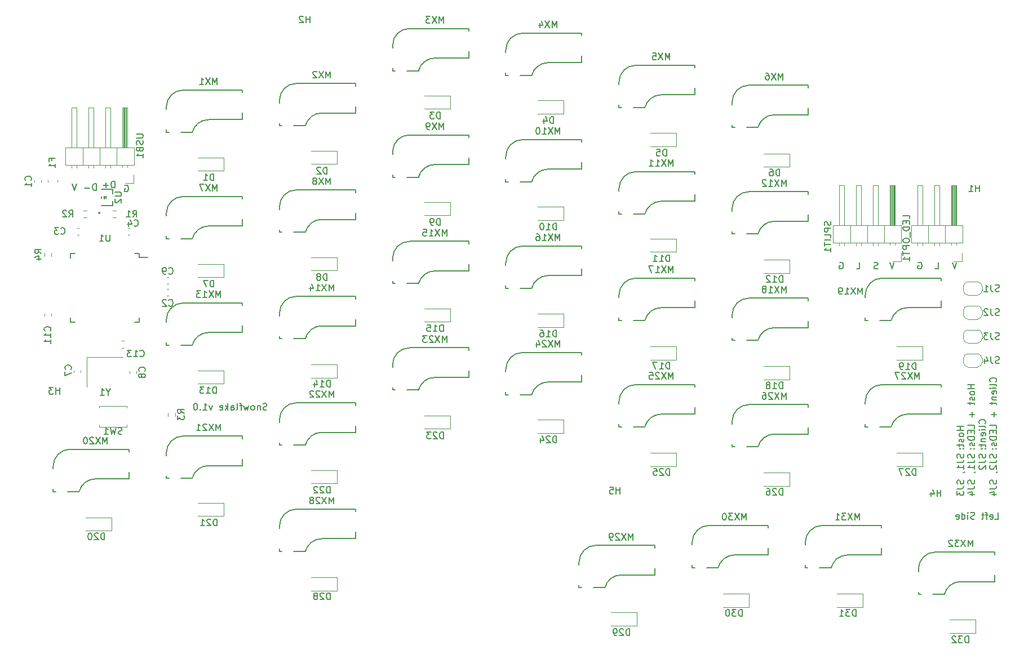
<source format=gbr>
G04 #@! TF.GenerationSoftware,KiCad,Pcbnew,(5.1.7)-1*
G04 #@! TF.CreationDate,2020-12-30T19:43:10-05:00*
G04 #@! TF.ProjectId,snowflake,736e6f77-666c-4616-9b65-2e6b69636164,rev?*
G04 #@! TF.SameCoordinates,Original*
G04 #@! TF.FileFunction,Legend,Bot*
G04 #@! TF.FilePolarity,Positive*
%FSLAX46Y46*%
G04 Gerber Fmt 4.6, Leading zero omitted, Abs format (unit mm)*
G04 Created by KiCad (PCBNEW (5.1.7)-1) date 2020-12-30 19:43:10*
%MOMM*%
%LPD*%
G01*
G04 APERTURE LIST*
%ADD10C,0.150000*%
%ADD11C,0.120000*%
%ADD12C,0.152400*%
G04 APERTURE END LIST*
D10*
X221733333Y-90152380D02*
X221400000Y-91152380D01*
X221066666Y-90152380D01*
X218490476Y-91152380D02*
X218966666Y-91152380D01*
X218966666Y-90152380D01*
X215938095Y-90200000D02*
X216033333Y-90152380D01*
X216176190Y-90152380D01*
X216319047Y-90200000D01*
X216414285Y-90295238D01*
X216461904Y-90390476D01*
X216509523Y-90580952D01*
X216509523Y-90723809D01*
X216461904Y-90914285D01*
X216414285Y-91009523D01*
X216319047Y-91104761D01*
X216176190Y-91152380D01*
X216080952Y-91152380D01*
X215938095Y-91104761D01*
X215890476Y-91057142D01*
X215890476Y-90723809D01*
X216080952Y-90723809D01*
X212333333Y-90152380D02*
X212000000Y-91152380D01*
X211666666Y-90152380D01*
X209885714Y-91104761D02*
X209742857Y-91152380D01*
X209504761Y-91152380D01*
X209409523Y-91104761D01*
X209361904Y-91057142D01*
X209314285Y-90961904D01*
X209314285Y-90866666D01*
X209361904Y-90771428D01*
X209409523Y-90723809D01*
X209504761Y-90676190D01*
X209695238Y-90628571D01*
X209790476Y-90580952D01*
X209838095Y-90533333D01*
X209885714Y-90438095D01*
X209885714Y-90342857D01*
X209838095Y-90247619D01*
X209790476Y-90200000D01*
X209695238Y-90152380D01*
X209457142Y-90152380D01*
X209314285Y-90200000D01*
X206690476Y-91152380D02*
X207166666Y-91152380D01*
X207166666Y-90152380D01*
X204138095Y-90200000D02*
X204233333Y-90152380D01*
X204376190Y-90152380D01*
X204519047Y-90200000D01*
X204614285Y-90295238D01*
X204661904Y-90390476D01*
X204709523Y-90580952D01*
X204709523Y-90723809D01*
X204661904Y-90914285D01*
X204614285Y-91009523D01*
X204519047Y-91104761D01*
X204376190Y-91152380D01*
X204280952Y-91152380D01*
X204138095Y-91104761D01*
X204090476Y-91057142D01*
X204090476Y-90723809D01*
X204280952Y-90723809D01*
X89533333Y-78352380D02*
X89200000Y-79352380D01*
X88866666Y-78352380D01*
X95280952Y-78952380D02*
X95280952Y-77952380D01*
X95042857Y-77952380D01*
X94900000Y-78000000D01*
X94804761Y-78095238D01*
X94757142Y-78190476D01*
X94709523Y-78380952D01*
X94709523Y-78523809D01*
X94757142Y-78714285D01*
X94804761Y-78809523D01*
X94900000Y-78904761D01*
X95042857Y-78952380D01*
X95280952Y-78952380D01*
X94280952Y-78571428D02*
X93519047Y-78571428D01*
X93900000Y-78952380D02*
X93900000Y-78190476D01*
X92480952Y-79352380D02*
X92480952Y-78352380D01*
X92242857Y-78352380D01*
X92100000Y-78400000D01*
X92004761Y-78495238D01*
X91957142Y-78590476D01*
X91909523Y-78780952D01*
X91909523Y-78923809D01*
X91957142Y-79114285D01*
X92004761Y-79209523D01*
X92100000Y-79304761D01*
X92242857Y-79352380D01*
X92480952Y-79352380D01*
X91480952Y-78971428D02*
X90719047Y-78971428D01*
X96738095Y-78600000D02*
X96833333Y-78552380D01*
X96976190Y-78552380D01*
X97119047Y-78600000D01*
X97214285Y-78695238D01*
X97261904Y-78790476D01*
X97309523Y-78980952D01*
X97309523Y-79123809D01*
X97261904Y-79314285D01*
X97214285Y-79409523D01*
X97119047Y-79504761D01*
X96976190Y-79552380D01*
X96880952Y-79552380D01*
X96738095Y-79504761D01*
X96690476Y-79457142D01*
X96690476Y-79123809D01*
X96880952Y-79123809D01*
X118100000Y-112304761D02*
X117957142Y-112352380D01*
X117719047Y-112352380D01*
X117623809Y-112304761D01*
X117576190Y-112257142D01*
X117528571Y-112161904D01*
X117528571Y-112066666D01*
X117576190Y-111971428D01*
X117623809Y-111923809D01*
X117719047Y-111876190D01*
X117909523Y-111828571D01*
X118004761Y-111780952D01*
X118052380Y-111733333D01*
X118100000Y-111638095D01*
X118100000Y-111542857D01*
X118052380Y-111447619D01*
X118004761Y-111400000D01*
X117909523Y-111352380D01*
X117671428Y-111352380D01*
X117528571Y-111400000D01*
X117100000Y-111685714D02*
X117100000Y-112352380D01*
X117100000Y-111780952D02*
X117052380Y-111733333D01*
X116957142Y-111685714D01*
X116814285Y-111685714D01*
X116719047Y-111733333D01*
X116671428Y-111828571D01*
X116671428Y-112352380D01*
X116052380Y-112352380D02*
X116147619Y-112304761D01*
X116195238Y-112257142D01*
X116242857Y-112161904D01*
X116242857Y-111876190D01*
X116195238Y-111780952D01*
X116147619Y-111733333D01*
X116052380Y-111685714D01*
X115909523Y-111685714D01*
X115814285Y-111733333D01*
X115766666Y-111780952D01*
X115719047Y-111876190D01*
X115719047Y-112161904D01*
X115766666Y-112257142D01*
X115814285Y-112304761D01*
X115909523Y-112352380D01*
X116052380Y-112352380D01*
X115385714Y-111685714D02*
X115195238Y-112352380D01*
X115004761Y-111876190D01*
X114814285Y-112352380D01*
X114623809Y-111685714D01*
X114385714Y-111685714D02*
X114004761Y-111685714D01*
X114242857Y-112352380D02*
X114242857Y-111495238D01*
X114195238Y-111400000D01*
X114100000Y-111352380D01*
X114004761Y-111352380D01*
X113528571Y-112352380D02*
X113623809Y-112304761D01*
X113671428Y-112209523D01*
X113671428Y-111352380D01*
X112719047Y-112352380D02*
X112719047Y-111828571D01*
X112766666Y-111733333D01*
X112861904Y-111685714D01*
X113052380Y-111685714D01*
X113147619Y-111733333D01*
X112719047Y-112304761D02*
X112814285Y-112352380D01*
X113052380Y-112352380D01*
X113147619Y-112304761D01*
X113195238Y-112209523D01*
X113195238Y-112114285D01*
X113147619Y-112019047D01*
X113052380Y-111971428D01*
X112814285Y-111971428D01*
X112719047Y-111923809D01*
X112242857Y-112352380D02*
X112242857Y-111352380D01*
X112147619Y-111971428D02*
X111861904Y-112352380D01*
X111861904Y-111685714D02*
X112242857Y-112066666D01*
X111052380Y-112304761D02*
X111147619Y-112352380D01*
X111338095Y-112352380D01*
X111433333Y-112304761D01*
X111480952Y-112209523D01*
X111480952Y-111828571D01*
X111433333Y-111733333D01*
X111338095Y-111685714D01*
X111147619Y-111685714D01*
X111052380Y-111733333D01*
X111004761Y-111828571D01*
X111004761Y-111923809D01*
X111480952Y-112019047D01*
X109909523Y-111685714D02*
X109671428Y-112352380D01*
X109433333Y-111685714D01*
X108528571Y-112352380D02*
X109100000Y-112352380D01*
X108814285Y-112352380D02*
X108814285Y-111352380D01*
X108909523Y-111495238D01*
X109004761Y-111590476D01*
X109100000Y-111638095D01*
X108100000Y-112257142D02*
X108052380Y-112304761D01*
X108100000Y-112352380D01*
X108147619Y-112304761D01*
X108100000Y-112257142D01*
X108100000Y-112352380D01*
X107433333Y-111352380D02*
X107338095Y-111352380D01*
X107242857Y-111400000D01*
X107195238Y-111447619D01*
X107147619Y-111542857D01*
X107100000Y-111733333D01*
X107100000Y-111971428D01*
X107147619Y-112161904D01*
X107195238Y-112257142D01*
X107242857Y-112304761D01*
X107338095Y-112352380D01*
X107433333Y-112352380D01*
X107528571Y-112304761D01*
X107576190Y-112257142D01*
X107623809Y-112161904D01*
X107671428Y-111971428D01*
X107671428Y-111733333D01*
X107623809Y-111542857D01*
X107576190Y-111447619D01*
X107528571Y-111400000D01*
X107433333Y-111352380D01*
X227466666Y-128752380D02*
X227942857Y-128752380D01*
X227942857Y-127752380D01*
X226752380Y-128704761D02*
X226847619Y-128752380D01*
X227038095Y-128752380D01*
X227133333Y-128704761D01*
X227180952Y-128609523D01*
X227180952Y-128228571D01*
X227133333Y-128133333D01*
X227038095Y-128085714D01*
X226847619Y-128085714D01*
X226752380Y-128133333D01*
X226704761Y-128228571D01*
X226704761Y-128323809D01*
X227180952Y-128419047D01*
X226419047Y-128085714D02*
X226038095Y-128085714D01*
X226276190Y-128752380D02*
X226276190Y-127895238D01*
X226228571Y-127800000D01*
X226133333Y-127752380D01*
X226038095Y-127752380D01*
X225847619Y-128085714D02*
X225466666Y-128085714D01*
X225704761Y-127752380D02*
X225704761Y-128609523D01*
X225657142Y-128704761D01*
X225561904Y-128752380D01*
X225466666Y-128752380D01*
X224419047Y-128704761D02*
X224276190Y-128752380D01*
X224038095Y-128752380D01*
X223942857Y-128704761D01*
X223895238Y-128657142D01*
X223847619Y-128561904D01*
X223847619Y-128466666D01*
X223895238Y-128371428D01*
X223942857Y-128323809D01*
X224038095Y-128276190D01*
X224228571Y-128228571D01*
X224323809Y-128180952D01*
X224371428Y-128133333D01*
X224419047Y-128038095D01*
X224419047Y-127942857D01*
X224371428Y-127847619D01*
X224323809Y-127800000D01*
X224228571Y-127752380D01*
X223990476Y-127752380D01*
X223847619Y-127800000D01*
X223419047Y-128752380D02*
X223419047Y-128085714D01*
X223419047Y-127752380D02*
X223466666Y-127800000D01*
X223419047Y-127847619D01*
X223371428Y-127800000D01*
X223419047Y-127752380D01*
X223419047Y-127847619D01*
X222514285Y-128752380D02*
X222514285Y-127752380D01*
X222514285Y-128704761D02*
X222609523Y-128752380D01*
X222800000Y-128752380D01*
X222895238Y-128704761D01*
X222942857Y-128657142D01*
X222990476Y-128561904D01*
X222990476Y-128276190D01*
X222942857Y-128180952D01*
X222895238Y-128133333D01*
X222800000Y-128085714D01*
X222609523Y-128085714D01*
X222514285Y-128133333D01*
X221657142Y-128704761D02*
X221752380Y-128752380D01*
X221942857Y-128752380D01*
X222038095Y-128704761D01*
X222085714Y-128609523D01*
X222085714Y-128228571D01*
X222038095Y-128133333D01*
X221942857Y-128085714D01*
X221752380Y-128085714D01*
X221657142Y-128133333D01*
X221609523Y-128228571D01*
X221609523Y-128323809D01*
X222085714Y-128419047D01*
X222729761Y-118987976D02*
X222777380Y-119130833D01*
X222777380Y-119368928D01*
X222729761Y-119464166D01*
X222682142Y-119511785D01*
X222586904Y-119559404D01*
X222491666Y-119559404D01*
X222396428Y-119511785D01*
X222348809Y-119464166D01*
X222301190Y-119368928D01*
X222253571Y-119178452D01*
X222205952Y-119083214D01*
X222158333Y-119035595D01*
X222063095Y-118987976D01*
X221967857Y-118987976D01*
X221872619Y-119035595D01*
X221825000Y-119083214D01*
X221777380Y-119178452D01*
X221777380Y-119416547D01*
X221825000Y-119559404D01*
X221777380Y-120273690D02*
X222491666Y-120273690D01*
X222634523Y-120226071D01*
X222729761Y-120130833D01*
X222777380Y-119987976D01*
X222777380Y-119892738D01*
X222777380Y-121273690D02*
X222777380Y-120702261D01*
X222777380Y-120987976D02*
X221777380Y-120987976D01*
X221920238Y-120892738D01*
X222015476Y-120797500D01*
X222063095Y-120702261D01*
X222729761Y-121749880D02*
X222777380Y-121749880D01*
X222872619Y-121702261D01*
X222920238Y-121654642D01*
X222729761Y-122892738D02*
X222777380Y-123035595D01*
X222777380Y-123273690D01*
X222729761Y-123368928D01*
X222682142Y-123416547D01*
X222586904Y-123464166D01*
X222491666Y-123464166D01*
X222396428Y-123416547D01*
X222348809Y-123368928D01*
X222301190Y-123273690D01*
X222253571Y-123083214D01*
X222205952Y-122987976D01*
X222158333Y-122940357D01*
X222063095Y-122892738D01*
X221967857Y-122892738D01*
X221872619Y-122940357D01*
X221825000Y-122987976D01*
X221777380Y-123083214D01*
X221777380Y-123321309D01*
X221825000Y-123464166D01*
X221777380Y-124178452D02*
X222491666Y-124178452D01*
X222634523Y-124130833D01*
X222729761Y-124035595D01*
X222777380Y-123892738D01*
X222777380Y-123797500D01*
X221777380Y-124559404D02*
X221777380Y-125178452D01*
X222158333Y-124845119D01*
X222158333Y-124987976D01*
X222205952Y-125083214D01*
X222253571Y-125130833D01*
X222348809Y-125178452D01*
X222586904Y-125178452D01*
X222682142Y-125130833D01*
X222729761Y-125083214D01*
X222777380Y-124987976D01*
X222777380Y-124702261D01*
X222729761Y-124607023D01*
X222682142Y-124559404D01*
X224379761Y-118987976D02*
X224427380Y-119130833D01*
X224427380Y-119368928D01*
X224379761Y-119464166D01*
X224332142Y-119511785D01*
X224236904Y-119559404D01*
X224141666Y-119559404D01*
X224046428Y-119511785D01*
X223998809Y-119464166D01*
X223951190Y-119368928D01*
X223903571Y-119178452D01*
X223855952Y-119083214D01*
X223808333Y-119035595D01*
X223713095Y-118987976D01*
X223617857Y-118987976D01*
X223522619Y-119035595D01*
X223475000Y-119083214D01*
X223427380Y-119178452D01*
X223427380Y-119416547D01*
X223475000Y-119559404D01*
X223427380Y-120273690D02*
X224141666Y-120273690D01*
X224284523Y-120226071D01*
X224379761Y-120130833D01*
X224427380Y-119987976D01*
X224427380Y-119892738D01*
X224427380Y-121273690D02*
X224427380Y-120702261D01*
X224427380Y-120987976D02*
X223427380Y-120987976D01*
X223570238Y-120892738D01*
X223665476Y-120797500D01*
X223713095Y-120702261D01*
X224379761Y-121749880D02*
X224427380Y-121749880D01*
X224522619Y-121702261D01*
X224570238Y-121654642D01*
X224379761Y-122892738D02*
X224427380Y-123035595D01*
X224427380Y-123273690D01*
X224379761Y-123368928D01*
X224332142Y-123416547D01*
X224236904Y-123464166D01*
X224141666Y-123464166D01*
X224046428Y-123416547D01*
X223998809Y-123368928D01*
X223951190Y-123273690D01*
X223903571Y-123083214D01*
X223855952Y-122987976D01*
X223808333Y-122940357D01*
X223713095Y-122892738D01*
X223617857Y-122892738D01*
X223522619Y-122940357D01*
X223475000Y-122987976D01*
X223427380Y-123083214D01*
X223427380Y-123321309D01*
X223475000Y-123464166D01*
X223427380Y-124178452D02*
X224141666Y-124178452D01*
X224284523Y-124130833D01*
X224379761Y-124035595D01*
X224427380Y-123892738D01*
X224427380Y-123797500D01*
X223760714Y-125083214D02*
X224427380Y-125083214D01*
X223379761Y-124845119D02*
X224094047Y-124607023D01*
X224094047Y-125226071D01*
X226029761Y-118987976D02*
X226077380Y-119130833D01*
X226077380Y-119368928D01*
X226029761Y-119464166D01*
X225982142Y-119511785D01*
X225886904Y-119559404D01*
X225791666Y-119559404D01*
X225696428Y-119511785D01*
X225648809Y-119464166D01*
X225601190Y-119368928D01*
X225553571Y-119178452D01*
X225505952Y-119083214D01*
X225458333Y-119035595D01*
X225363095Y-118987976D01*
X225267857Y-118987976D01*
X225172619Y-119035595D01*
X225125000Y-119083214D01*
X225077380Y-119178452D01*
X225077380Y-119416547D01*
X225125000Y-119559404D01*
X225077380Y-120273690D02*
X225791666Y-120273690D01*
X225934523Y-120226071D01*
X226029761Y-120130833D01*
X226077380Y-119987976D01*
X226077380Y-119892738D01*
X225172619Y-120702261D02*
X225125000Y-120749880D01*
X225077380Y-120845119D01*
X225077380Y-121083214D01*
X225125000Y-121178452D01*
X225172619Y-121226071D01*
X225267857Y-121273690D01*
X225363095Y-121273690D01*
X225505952Y-121226071D01*
X226077380Y-120654642D01*
X226077380Y-121273690D01*
X227679761Y-118987976D02*
X227727380Y-119130833D01*
X227727380Y-119368928D01*
X227679761Y-119464166D01*
X227632142Y-119511785D01*
X227536904Y-119559404D01*
X227441666Y-119559404D01*
X227346428Y-119511785D01*
X227298809Y-119464166D01*
X227251190Y-119368928D01*
X227203571Y-119178452D01*
X227155952Y-119083214D01*
X227108333Y-119035595D01*
X227013095Y-118987976D01*
X226917857Y-118987976D01*
X226822619Y-119035595D01*
X226775000Y-119083214D01*
X226727380Y-119178452D01*
X226727380Y-119416547D01*
X226775000Y-119559404D01*
X226727380Y-120273690D02*
X227441666Y-120273690D01*
X227584523Y-120226071D01*
X227679761Y-120130833D01*
X227727380Y-119987976D01*
X227727380Y-119892738D01*
X226822619Y-120702261D02*
X226775000Y-120749880D01*
X226727380Y-120845119D01*
X226727380Y-121083214D01*
X226775000Y-121178452D01*
X226822619Y-121226071D01*
X226917857Y-121273690D01*
X227013095Y-121273690D01*
X227155952Y-121226071D01*
X227727380Y-120654642D01*
X227727380Y-121273690D01*
X227679761Y-121749880D02*
X227727380Y-121749880D01*
X227822619Y-121702261D01*
X227870238Y-121654642D01*
X227679761Y-122892738D02*
X227727380Y-123035595D01*
X227727380Y-123273690D01*
X227679761Y-123368928D01*
X227632142Y-123416547D01*
X227536904Y-123464166D01*
X227441666Y-123464166D01*
X227346428Y-123416547D01*
X227298809Y-123368928D01*
X227251190Y-123273690D01*
X227203571Y-123083214D01*
X227155952Y-122987976D01*
X227108333Y-122940357D01*
X227013095Y-122892738D01*
X226917857Y-122892738D01*
X226822619Y-122940357D01*
X226775000Y-122987976D01*
X226727380Y-123083214D01*
X226727380Y-123321309D01*
X226775000Y-123464166D01*
X226727380Y-124178452D02*
X227441666Y-124178452D01*
X227584523Y-124130833D01*
X227679761Y-124035595D01*
X227727380Y-123892738D01*
X227727380Y-123797500D01*
X227060714Y-125083214D02*
X227727380Y-125083214D01*
X226679761Y-124845119D02*
X227394047Y-124607023D01*
X227394047Y-125226071D01*
X222777380Y-114831071D02*
X221777380Y-114831071D01*
X222253571Y-114831071D02*
X222253571Y-115402500D01*
X222777380Y-115402500D02*
X221777380Y-115402500D01*
X222777380Y-116021547D02*
X222729761Y-115926309D01*
X222682142Y-115878690D01*
X222586904Y-115831071D01*
X222301190Y-115831071D01*
X222205952Y-115878690D01*
X222158333Y-115926309D01*
X222110714Y-116021547D01*
X222110714Y-116164404D01*
X222158333Y-116259642D01*
X222205952Y-116307261D01*
X222301190Y-116354880D01*
X222586904Y-116354880D01*
X222682142Y-116307261D01*
X222729761Y-116259642D01*
X222777380Y-116164404D01*
X222777380Y-116021547D01*
X222729761Y-116735833D02*
X222777380Y-116831071D01*
X222777380Y-117021547D01*
X222729761Y-117116785D01*
X222634523Y-117164404D01*
X222586904Y-117164404D01*
X222491666Y-117116785D01*
X222444047Y-117021547D01*
X222444047Y-116878690D01*
X222396428Y-116783452D01*
X222301190Y-116735833D01*
X222253571Y-116735833D01*
X222158333Y-116783452D01*
X222110714Y-116878690D01*
X222110714Y-117021547D01*
X222158333Y-117116785D01*
X222110714Y-117450119D02*
X222110714Y-117831071D01*
X221777380Y-117592976D02*
X222634523Y-117592976D01*
X222729761Y-117640595D01*
X222777380Y-117735833D01*
X222777380Y-117831071D01*
X222682142Y-118164404D02*
X222729761Y-118212023D01*
X222777380Y-118164404D01*
X222729761Y-118116785D01*
X222682142Y-118164404D01*
X222777380Y-118164404D01*
X222158333Y-118164404D02*
X222205952Y-118212023D01*
X222253571Y-118164404D01*
X222205952Y-118116785D01*
X222158333Y-118164404D01*
X222253571Y-118164404D01*
X224427380Y-108545357D02*
X223427380Y-108545357D01*
X223903571Y-108545357D02*
X223903571Y-109116785D01*
X224427380Y-109116785D02*
X223427380Y-109116785D01*
X224427380Y-109735833D02*
X224379761Y-109640595D01*
X224332142Y-109592976D01*
X224236904Y-109545357D01*
X223951190Y-109545357D01*
X223855952Y-109592976D01*
X223808333Y-109640595D01*
X223760714Y-109735833D01*
X223760714Y-109878690D01*
X223808333Y-109973928D01*
X223855952Y-110021547D01*
X223951190Y-110069166D01*
X224236904Y-110069166D01*
X224332142Y-110021547D01*
X224379761Y-109973928D01*
X224427380Y-109878690D01*
X224427380Y-109735833D01*
X224379761Y-110450119D02*
X224427380Y-110545357D01*
X224427380Y-110735833D01*
X224379761Y-110831071D01*
X224284523Y-110878690D01*
X224236904Y-110878690D01*
X224141666Y-110831071D01*
X224094047Y-110735833D01*
X224094047Y-110592976D01*
X224046428Y-110497738D01*
X223951190Y-110450119D01*
X223903571Y-110450119D01*
X223808333Y-110497738D01*
X223760714Y-110592976D01*
X223760714Y-110735833D01*
X223808333Y-110831071D01*
X223760714Y-111164404D02*
X223760714Y-111545357D01*
X223427380Y-111307261D02*
X224284523Y-111307261D01*
X224379761Y-111354880D01*
X224427380Y-111450119D01*
X224427380Y-111545357D01*
X224046428Y-112640595D02*
X224046428Y-113402500D01*
X224427380Y-113021547D02*
X223665476Y-113021547D01*
X224427380Y-115116785D02*
X224427380Y-114640595D01*
X223427380Y-114640595D01*
X223903571Y-115450119D02*
X223903571Y-115783452D01*
X224427380Y-115926309D02*
X224427380Y-115450119D01*
X223427380Y-115450119D01*
X223427380Y-115926309D01*
X224427380Y-116354880D02*
X223427380Y-116354880D01*
X223427380Y-116592976D01*
X223475000Y-116735833D01*
X223570238Y-116831071D01*
X223665476Y-116878690D01*
X223855952Y-116926309D01*
X223998809Y-116926309D01*
X224189285Y-116878690D01*
X224284523Y-116831071D01*
X224379761Y-116735833D01*
X224427380Y-116592976D01*
X224427380Y-116354880D01*
X224379761Y-117307261D02*
X224427380Y-117402500D01*
X224427380Y-117592976D01*
X224379761Y-117688214D01*
X224284523Y-117735833D01*
X224236904Y-117735833D01*
X224141666Y-117688214D01*
X224094047Y-117592976D01*
X224094047Y-117450119D01*
X224046428Y-117354880D01*
X223951190Y-117307261D01*
X223903571Y-117307261D01*
X223808333Y-117354880D01*
X223760714Y-117450119D01*
X223760714Y-117592976D01*
X223808333Y-117688214D01*
X224332142Y-118164404D02*
X224379761Y-118212023D01*
X224427380Y-118164404D01*
X224379761Y-118116785D01*
X224332142Y-118164404D01*
X224427380Y-118164404D01*
X223808333Y-118164404D02*
X223855952Y-118212023D01*
X223903571Y-118164404D01*
X223855952Y-118116785D01*
X223808333Y-118164404D01*
X223903571Y-118164404D01*
X225982142Y-114402500D02*
X226029761Y-114354880D01*
X226077380Y-114212023D01*
X226077380Y-114116785D01*
X226029761Y-113973928D01*
X225934523Y-113878690D01*
X225839285Y-113831071D01*
X225648809Y-113783452D01*
X225505952Y-113783452D01*
X225315476Y-113831071D01*
X225220238Y-113878690D01*
X225125000Y-113973928D01*
X225077380Y-114116785D01*
X225077380Y-114212023D01*
X225125000Y-114354880D01*
X225172619Y-114402500D01*
X226077380Y-114973928D02*
X226029761Y-114878690D01*
X225934523Y-114831071D01*
X225077380Y-114831071D01*
X226077380Y-115354880D02*
X225410714Y-115354880D01*
X225077380Y-115354880D02*
X225125000Y-115307261D01*
X225172619Y-115354880D01*
X225125000Y-115402500D01*
X225077380Y-115354880D01*
X225172619Y-115354880D01*
X226029761Y-116212023D02*
X226077380Y-116116785D01*
X226077380Y-115926309D01*
X226029761Y-115831071D01*
X225934523Y-115783452D01*
X225553571Y-115783452D01*
X225458333Y-115831071D01*
X225410714Y-115926309D01*
X225410714Y-116116785D01*
X225458333Y-116212023D01*
X225553571Y-116259642D01*
X225648809Y-116259642D01*
X225744047Y-115783452D01*
X225410714Y-116688214D02*
X226077380Y-116688214D01*
X225505952Y-116688214D02*
X225458333Y-116735833D01*
X225410714Y-116831071D01*
X225410714Y-116973928D01*
X225458333Y-117069166D01*
X225553571Y-117116785D01*
X226077380Y-117116785D01*
X225410714Y-117450119D02*
X225410714Y-117831071D01*
X225077380Y-117592976D02*
X225934523Y-117592976D01*
X226029761Y-117640595D01*
X226077380Y-117735833D01*
X226077380Y-117831071D01*
X225982142Y-118164404D02*
X226029761Y-118212023D01*
X226077380Y-118164404D01*
X226029761Y-118116785D01*
X225982142Y-118164404D01*
X226077380Y-118164404D01*
X225458333Y-118164404D02*
X225505952Y-118212023D01*
X225553571Y-118164404D01*
X225505952Y-118116785D01*
X225458333Y-118164404D01*
X225553571Y-118164404D01*
X227632142Y-108116785D02*
X227679761Y-108069166D01*
X227727380Y-107926309D01*
X227727380Y-107831071D01*
X227679761Y-107688214D01*
X227584523Y-107592976D01*
X227489285Y-107545357D01*
X227298809Y-107497738D01*
X227155952Y-107497738D01*
X226965476Y-107545357D01*
X226870238Y-107592976D01*
X226775000Y-107688214D01*
X226727380Y-107831071D01*
X226727380Y-107926309D01*
X226775000Y-108069166D01*
X226822619Y-108116785D01*
X227727380Y-108688214D02*
X227679761Y-108592976D01*
X227584523Y-108545357D01*
X226727380Y-108545357D01*
X227727380Y-109069166D02*
X227060714Y-109069166D01*
X226727380Y-109069166D02*
X226775000Y-109021547D01*
X226822619Y-109069166D01*
X226775000Y-109116785D01*
X226727380Y-109069166D01*
X226822619Y-109069166D01*
X227679761Y-109926309D02*
X227727380Y-109831071D01*
X227727380Y-109640595D01*
X227679761Y-109545357D01*
X227584523Y-109497738D01*
X227203571Y-109497738D01*
X227108333Y-109545357D01*
X227060714Y-109640595D01*
X227060714Y-109831071D01*
X227108333Y-109926309D01*
X227203571Y-109973928D01*
X227298809Y-109973928D01*
X227394047Y-109497738D01*
X227060714Y-110402500D02*
X227727380Y-110402500D01*
X227155952Y-110402500D02*
X227108333Y-110450119D01*
X227060714Y-110545357D01*
X227060714Y-110688214D01*
X227108333Y-110783452D01*
X227203571Y-110831071D01*
X227727380Y-110831071D01*
X227060714Y-111164404D02*
X227060714Y-111545357D01*
X226727380Y-111307261D02*
X227584523Y-111307261D01*
X227679761Y-111354880D01*
X227727380Y-111450119D01*
X227727380Y-111545357D01*
X227346428Y-112640595D02*
X227346428Y-113402500D01*
X227727380Y-113021547D02*
X226965476Y-113021547D01*
X227727380Y-115116785D02*
X227727380Y-114640595D01*
X226727380Y-114640595D01*
X227203571Y-115450119D02*
X227203571Y-115783452D01*
X227727380Y-115926309D02*
X227727380Y-115450119D01*
X226727380Y-115450119D01*
X226727380Y-115926309D01*
X227727380Y-116354880D02*
X226727380Y-116354880D01*
X226727380Y-116592976D01*
X226775000Y-116735833D01*
X226870238Y-116831071D01*
X226965476Y-116878690D01*
X227155952Y-116926309D01*
X227298809Y-116926309D01*
X227489285Y-116878690D01*
X227584523Y-116831071D01*
X227679761Y-116735833D01*
X227727380Y-116592976D01*
X227727380Y-116354880D01*
X227679761Y-117307261D02*
X227727380Y-117402500D01*
X227727380Y-117592976D01*
X227679761Y-117688214D01*
X227584523Y-117735833D01*
X227536904Y-117735833D01*
X227441666Y-117688214D01*
X227394047Y-117592976D01*
X227394047Y-117450119D01*
X227346428Y-117354880D01*
X227251190Y-117307261D01*
X227203571Y-117307261D01*
X227108333Y-117354880D01*
X227060714Y-117450119D01*
X227060714Y-117592976D01*
X227108333Y-117688214D01*
X227632142Y-118164404D02*
X227679761Y-118212023D01*
X227727380Y-118164404D01*
X227679761Y-118116785D01*
X227632142Y-118164404D01*
X227727380Y-118164404D01*
X227108333Y-118164404D02*
X227155952Y-118212023D01*
X227203571Y-118164404D01*
X227155952Y-118116785D01*
X227108333Y-118164404D01*
X227203571Y-118164404D01*
D11*
X223450000Y-105900000D02*
X224850000Y-105900000D01*
X225550000Y-105200000D02*
X225550000Y-104600000D01*
X224850000Y-103900000D02*
X223450000Y-103900000D01*
X222750000Y-104600000D02*
X222750000Y-105200000D01*
X222750000Y-105200000D02*
G75*
G03*
X223450000Y-105900000I700000J0D01*
G01*
X223450000Y-103900000D02*
G75*
G03*
X222750000Y-104600000I0J-700000D01*
G01*
X225550000Y-104600000D02*
G75*
G03*
X224850000Y-103900000I-700000J0D01*
G01*
X224850000Y-105900000D02*
G75*
G03*
X225550000Y-105200000I0J700000D01*
G01*
X225550000Y-101600000D02*
X225550000Y-101000000D01*
X223450000Y-102300000D02*
X224850000Y-102300000D01*
X222750000Y-101000000D02*
X222750000Y-101600000D01*
X224850000Y-100300000D02*
X223450000Y-100300000D01*
X225550000Y-101000000D02*
G75*
G03*
X224850000Y-100300000I-700000J0D01*
G01*
X224850000Y-102300000D02*
G75*
G03*
X225550000Y-101600000I0J700000D01*
G01*
X222750000Y-101600000D02*
G75*
G03*
X223450000Y-102300000I700000J0D01*
G01*
X223450000Y-100300000D02*
G75*
G03*
X222750000Y-101000000I0J-700000D01*
G01*
X225550000Y-98000000D02*
X225550000Y-97400000D01*
X223450000Y-98700000D02*
X224850000Y-98700000D01*
X222750000Y-97400000D02*
X222750000Y-98000000D01*
X224850000Y-96700000D02*
X223450000Y-96700000D01*
X225550000Y-97400000D02*
G75*
G03*
X224850000Y-96700000I-700000J0D01*
G01*
X224850000Y-98700000D02*
G75*
G03*
X225550000Y-98000000I0J700000D01*
G01*
X222750000Y-98000000D02*
G75*
G03*
X223450000Y-98700000I700000J0D01*
G01*
X223450000Y-96700000D02*
G75*
G03*
X222750000Y-97400000I0J-700000D01*
G01*
X222750000Y-93800000D02*
X222750000Y-94400000D01*
X224850000Y-93100000D02*
X223450000Y-93100000D01*
X225550000Y-94400000D02*
X225550000Y-93800000D01*
X223450000Y-95100000D02*
X224850000Y-95100000D01*
X222750000Y-94400000D02*
G75*
G03*
X223450000Y-95100000I700000J0D01*
G01*
X223450000Y-93100000D02*
G75*
G03*
X222750000Y-93800000I0J-700000D01*
G01*
X225550000Y-93800000D02*
G75*
G03*
X224850000Y-93100000I-700000J0D01*
G01*
X224850000Y-95100000D02*
G75*
G03*
X225550000Y-94400000I0J700000D01*
G01*
X92930000Y-114870000D02*
X97070000Y-114870000D01*
X97070000Y-112030000D02*
X97070000Y-111730000D01*
X97070000Y-111730000D02*
X92930000Y-111730000D01*
X92930000Y-114570000D02*
X92930000Y-114870000D01*
X92930000Y-111730000D02*
X92930000Y-112030000D01*
X97070000Y-114870000D02*
X97070000Y-114570000D01*
D12*
X93274500Y-80539459D02*
X93274500Y-80260541D01*
X93274500Y-79193500D02*
X94925500Y-79193500D01*
X94925500Y-79193500D02*
X94925500Y-79889460D01*
X94925500Y-81606500D02*
X93274500Y-81606500D01*
X94925500Y-80910540D02*
X94925500Y-81606500D01*
X93033200Y-82749500D02*
G75*
G03*
X93033200Y-82749500I-127000J0D01*
G01*
D11*
X91080000Y-104370000D02*
X96480000Y-104370000D01*
X91080000Y-108870000D02*
X91080000Y-104370000D01*
D10*
X98955000Y-89390000D02*
X100230000Y-89390000D01*
X88605000Y-88815000D02*
X89280000Y-88815000D01*
X88605000Y-99165000D02*
X89280000Y-99165000D01*
X98955000Y-99165000D02*
X98280000Y-99165000D01*
X98955000Y-88815000D02*
X98280000Y-88815000D01*
X98955000Y-99165000D02*
X98955000Y-98490000D01*
X88605000Y-99165000D02*
X88605000Y-98490000D01*
X88605000Y-88815000D02*
X88605000Y-89490000D01*
X98955000Y-88815000D02*
X98955000Y-89390000D01*
D11*
X85722500Y-88732776D02*
X85722500Y-89242224D01*
X84677500Y-88732776D02*
X84677500Y-89242224D01*
X103277500Y-113267224D02*
X103277500Y-112757776D01*
X104322500Y-113267224D02*
X104322500Y-112757776D01*
X90545276Y-82377500D02*
X91054724Y-82377500D01*
X90545276Y-83422500D02*
X91054724Y-83422500D01*
X95454724Y-83422500D02*
X94945276Y-83422500D01*
X95454724Y-82377500D02*
X94945276Y-82377500D01*
D10*
X227430000Y-133705000D02*
X227430000Y-134086000D01*
X218540000Y-133705000D02*
X227430000Y-133705000D01*
X216000000Y-136245000D02*
X216000000Y-136626000D01*
X216381000Y-140055000D02*
X216000000Y-140055000D01*
X219885838Y-140055000D02*
X218159000Y-140055000D01*
X227430000Y-138150000D02*
X222350000Y-138150000D01*
X227430000Y-137134000D02*
X227430000Y-138150000D01*
X216000000Y-139674000D02*
X216000000Y-140055000D01*
X219885838Y-140073960D02*
G75*
G02*
X222350000Y-138150000I2464162J-616040D01*
G01*
X216000000Y-136245000D02*
G75*
G02*
X218540000Y-133705000I2540000J0D01*
G01*
X210430000Y-129705000D02*
X210430000Y-130086000D01*
X201540000Y-129705000D02*
X210430000Y-129705000D01*
X199000000Y-132245000D02*
X199000000Y-132626000D01*
X199381000Y-136055000D02*
X199000000Y-136055000D01*
X202885838Y-136055000D02*
X201159000Y-136055000D01*
X210430000Y-134150000D02*
X205350000Y-134150000D01*
X210430000Y-133134000D02*
X210430000Y-134150000D01*
X199000000Y-135674000D02*
X199000000Y-136055000D01*
X202885838Y-136073960D02*
G75*
G02*
X205350000Y-134150000I2464162J-616040D01*
G01*
X199000000Y-132245000D02*
G75*
G02*
X201540000Y-129705000I2540000J0D01*
G01*
X193430000Y-129705000D02*
X193430000Y-130086000D01*
X184540000Y-129705000D02*
X193430000Y-129705000D01*
X182000000Y-132245000D02*
X182000000Y-132626000D01*
X182381000Y-136055000D02*
X182000000Y-136055000D01*
X185885838Y-136055000D02*
X184159000Y-136055000D01*
X193430000Y-134150000D02*
X188350000Y-134150000D01*
X193430000Y-133134000D02*
X193430000Y-134150000D01*
X182000000Y-135674000D02*
X182000000Y-136055000D01*
X185885838Y-136073960D02*
G75*
G02*
X188350000Y-134150000I2464162J-616040D01*
G01*
X182000000Y-132245000D02*
G75*
G02*
X184540000Y-129705000I2540000J0D01*
G01*
X176430000Y-132705000D02*
X176430000Y-133086000D01*
X167540000Y-132705000D02*
X176430000Y-132705000D01*
X165000000Y-135245000D02*
X165000000Y-135626000D01*
X165381000Y-139055000D02*
X165000000Y-139055000D01*
X168885838Y-139055000D02*
X167159000Y-139055000D01*
X176430000Y-137150000D02*
X171350000Y-137150000D01*
X176430000Y-136134000D02*
X176430000Y-137150000D01*
X165000000Y-138674000D02*
X165000000Y-139055000D01*
X168885838Y-139073960D02*
G75*
G02*
X171350000Y-137150000I2464162J-616040D01*
G01*
X165000000Y-135245000D02*
G75*
G02*
X167540000Y-132705000I2540000J0D01*
G01*
X131430000Y-127265000D02*
X131430000Y-127646000D01*
X122540000Y-127265000D02*
X131430000Y-127265000D01*
X120000000Y-129805000D02*
X120000000Y-130186000D01*
X120381000Y-133615000D02*
X120000000Y-133615000D01*
X123885838Y-133615000D02*
X122159000Y-133615000D01*
X131430000Y-131710000D02*
X126350000Y-131710000D01*
X131430000Y-130694000D02*
X131430000Y-131710000D01*
X120000000Y-133234000D02*
X120000000Y-133615000D01*
X123885838Y-133633960D02*
G75*
G02*
X126350000Y-131710000I2464162J-616040D01*
G01*
X120000000Y-129805000D02*
G75*
G02*
X122540000Y-127265000I2540000J0D01*
G01*
X219430000Y-108535000D02*
X219430000Y-108916000D01*
X210540000Y-108535000D02*
X219430000Y-108535000D01*
X208000000Y-111075000D02*
X208000000Y-111456000D01*
X208381000Y-114885000D02*
X208000000Y-114885000D01*
X211885838Y-114885000D02*
X210159000Y-114885000D01*
X219430000Y-112980000D02*
X214350000Y-112980000D01*
X219430000Y-111964000D02*
X219430000Y-112980000D01*
X208000000Y-114504000D02*
X208000000Y-114885000D01*
X211885838Y-114903960D02*
G75*
G02*
X214350000Y-112980000I2464162J-616040D01*
G01*
X208000000Y-111075000D02*
G75*
G02*
X210540000Y-108535000I2540000J0D01*
G01*
X199430000Y-111535000D02*
X199430000Y-111916000D01*
X190540000Y-111535000D02*
X199430000Y-111535000D01*
X188000000Y-114075000D02*
X188000000Y-114456000D01*
X188381000Y-117885000D02*
X188000000Y-117885000D01*
X191885838Y-117885000D02*
X190159000Y-117885000D01*
X199430000Y-115980000D02*
X194350000Y-115980000D01*
X199430000Y-114964000D02*
X199430000Y-115980000D01*
X188000000Y-117504000D02*
X188000000Y-117885000D01*
X191885838Y-117903960D02*
G75*
G02*
X194350000Y-115980000I2464162J-616040D01*
G01*
X188000000Y-114075000D02*
G75*
G02*
X190540000Y-111535000I2540000J0D01*
G01*
X182430000Y-108535000D02*
X182430000Y-108916000D01*
X173540000Y-108535000D02*
X182430000Y-108535000D01*
X171000000Y-111075000D02*
X171000000Y-111456000D01*
X171381000Y-114885000D02*
X171000000Y-114885000D01*
X174885838Y-114885000D02*
X173159000Y-114885000D01*
X182430000Y-112980000D02*
X177350000Y-112980000D01*
X182430000Y-111964000D02*
X182430000Y-112980000D01*
X171000000Y-114504000D02*
X171000000Y-114885000D01*
X174885838Y-114903960D02*
G75*
G02*
X177350000Y-112980000I2464162J-616040D01*
G01*
X171000000Y-111075000D02*
G75*
G02*
X173540000Y-108535000I2540000J0D01*
G01*
X165430000Y-103705000D02*
X165430000Y-104086000D01*
X156540000Y-103705000D02*
X165430000Y-103705000D01*
X154000000Y-106245000D02*
X154000000Y-106626000D01*
X154381000Y-110055000D02*
X154000000Y-110055000D01*
X157885838Y-110055000D02*
X156159000Y-110055000D01*
X165430000Y-108150000D02*
X160350000Y-108150000D01*
X165430000Y-107134000D02*
X165430000Y-108150000D01*
X154000000Y-109674000D02*
X154000000Y-110055000D01*
X157885838Y-110073960D02*
G75*
G02*
X160350000Y-108150000I2464162J-616040D01*
G01*
X154000000Y-106245000D02*
G75*
G02*
X156540000Y-103705000I2540000J0D01*
G01*
X148430000Y-103005000D02*
X148430000Y-103386000D01*
X139540000Y-103005000D02*
X148430000Y-103005000D01*
X137000000Y-105545000D02*
X137000000Y-105926000D01*
X137381000Y-109355000D02*
X137000000Y-109355000D01*
X140885838Y-109355000D02*
X139159000Y-109355000D01*
X148430000Y-107450000D02*
X143350000Y-107450000D01*
X148430000Y-106434000D02*
X148430000Y-107450000D01*
X137000000Y-108974000D02*
X137000000Y-109355000D01*
X140885838Y-109373960D02*
G75*
G02*
X143350000Y-107450000I2464162J-616040D01*
G01*
X137000000Y-105545000D02*
G75*
G02*
X139540000Y-103005000I2540000J0D01*
G01*
X131430000Y-111265000D02*
X131430000Y-111646000D01*
X122540000Y-111265000D02*
X131430000Y-111265000D01*
X120000000Y-113805000D02*
X120000000Y-114186000D01*
X120381000Y-117615000D02*
X120000000Y-117615000D01*
X123885838Y-117615000D02*
X122159000Y-117615000D01*
X131430000Y-115710000D02*
X126350000Y-115710000D01*
X131430000Y-114694000D02*
X131430000Y-115710000D01*
X120000000Y-117234000D02*
X120000000Y-117615000D01*
X123885838Y-117633960D02*
G75*
G02*
X126350000Y-115710000I2464162J-616040D01*
G01*
X120000000Y-113805000D02*
G75*
G02*
X122540000Y-111265000I2540000J0D01*
G01*
X114430000Y-116265000D02*
X114430000Y-116646000D01*
X105540000Y-116265000D02*
X114430000Y-116265000D01*
X103000000Y-118805000D02*
X103000000Y-119186000D01*
X103381000Y-122615000D02*
X103000000Y-122615000D01*
X106885838Y-122615000D02*
X105159000Y-122615000D01*
X114430000Y-120710000D02*
X109350000Y-120710000D01*
X114430000Y-119694000D02*
X114430000Y-120710000D01*
X103000000Y-122234000D02*
X103000000Y-122615000D01*
X106885838Y-122633960D02*
G75*
G02*
X109350000Y-120710000I2464162J-616040D01*
G01*
X103000000Y-118805000D02*
G75*
G02*
X105540000Y-116265000I2540000J0D01*
G01*
X97430000Y-118265000D02*
X97430000Y-118646000D01*
X88540000Y-118265000D02*
X97430000Y-118265000D01*
X86000000Y-120805000D02*
X86000000Y-121186000D01*
X86381000Y-124615000D02*
X86000000Y-124615000D01*
X89885838Y-124615000D02*
X88159000Y-124615000D01*
X97430000Y-122710000D02*
X92350000Y-122710000D01*
X97430000Y-121694000D02*
X97430000Y-122710000D01*
X86000000Y-124234000D02*
X86000000Y-124615000D01*
X89885838Y-124633960D02*
G75*
G02*
X92350000Y-122710000I2464162J-616040D01*
G01*
X86000000Y-120805000D02*
G75*
G02*
X88540000Y-118265000I2540000J0D01*
G01*
X219430000Y-92535000D02*
X219430000Y-92916000D01*
X210540000Y-92535000D02*
X219430000Y-92535000D01*
X208000000Y-95075000D02*
X208000000Y-95456000D01*
X208381000Y-98885000D02*
X208000000Y-98885000D01*
X211885838Y-98885000D02*
X210159000Y-98885000D01*
X219430000Y-96980000D02*
X214350000Y-96980000D01*
X219430000Y-95964000D02*
X219430000Y-96980000D01*
X208000000Y-98504000D02*
X208000000Y-98885000D01*
X211885838Y-98903960D02*
G75*
G02*
X214350000Y-96980000I2464162J-616040D01*
G01*
X208000000Y-95075000D02*
G75*
G02*
X210540000Y-92535000I2540000J0D01*
G01*
X199430000Y-95535000D02*
X199430000Y-95916000D01*
X190540000Y-95535000D02*
X199430000Y-95535000D01*
X188000000Y-98075000D02*
X188000000Y-98456000D01*
X188381000Y-101885000D02*
X188000000Y-101885000D01*
X191885838Y-101885000D02*
X190159000Y-101885000D01*
X199430000Y-99980000D02*
X194350000Y-99980000D01*
X199430000Y-98964000D02*
X199430000Y-99980000D01*
X188000000Y-101504000D02*
X188000000Y-101885000D01*
X191885838Y-101903960D02*
G75*
G02*
X194350000Y-99980000I2464162J-616040D01*
G01*
X188000000Y-98075000D02*
G75*
G02*
X190540000Y-95535000I2540000J0D01*
G01*
X171000000Y-98504000D02*
X171000000Y-98885000D01*
X182430000Y-95964000D02*
X182430000Y-96980000D01*
X182430000Y-96980000D02*
X177350000Y-96980000D01*
X174885838Y-98885000D02*
X173159000Y-98885000D01*
X171381000Y-98885000D02*
X171000000Y-98885000D01*
X171000000Y-95075000D02*
X171000000Y-95456000D01*
X173540000Y-92535000D02*
X182430000Y-92535000D01*
X182430000Y-92535000D02*
X182430000Y-92916000D01*
X171000000Y-95075000D02*
G75*
G02*
X173540000Y-92535000I2540000J0D01*
G01*
X174885838Y-98903960D02*
G75*
G02*
X177350000Y-96980000I2464162J-616040D01*
G01*
X165430000Y-87705000D02*
X165430000Y-88086000D01*
X156540000Y-87705000D02*
X165430000Y-87705000D01*
X154000000Y-90245000D02*
X154000000Y-90626000D01*
X154381000Y-94055000D02*
X154000000Y-94055000D01*
X157885838Y-94055000D02*
X156159000Y-94055000D01*
X165430000Y-92150000D02*
X160350000Y-92150000D01*
X165430000Y-91134000D02*
X165430000Y-92150000D01*
X154000000Y-93674000D02*
X154000000Y-94055000D01*
X157885838Y-94073960D02*
G75*
G02*
X160350000Y-92150000I2464162J-616040D01*
G01*
X154000000Y-90245000D02*
G75*
G02*
X156540000Y-87705000I2540000J0D01*
G01*
X148430000Y-87005000D02*
X148430000Y-87386000D01*
X139540000Y-87005000D02*
X148430000Y-87005000D01*
X137000000Y-89545000D02*
X137000000Y-89926000D01*
X137381000Y-93355000D02*
X137000000Y-93355000D01*
X140885838Y-93355000D02*
X139159000Y-93355000D01*
X148430000Y-91450000D02*
X143350000Y-91450000D01*
X148430000Y-90434000D02*
X148430000Y-91450000D01*
X137000000Y-92974000D02*
X137000000Y-93355000D01*
X140885838Y-93373960D02*
G75*
G02*
X143350000Y-91450000I2464162J-616040D01*
G01*
X137000000Y-89545000D02*
G75*
G02*
X139540000Y-87005000I2540000J0D01*
G01*
X131430000Y-95265000D02*
X131430000Y-95646000D01*
X122540000Y-95265000D02*
X131430000Y-95265000D01*
X120000000Y-97805000D02*
X120000000Y-98186000D01*
X120381000Y-101615000D02*
X120000000Y-101615000D01*
X123885838Y-101615000D02*
X122159000Y-101615000D01*
X131430000Y-99710000D02*
X126350000Y-99710000D01*
X131430000Y-98694000D02*
X131430000Y-99710000D01*
X120000000Y-101234000D02*
X120000000Y-101615000D01*
X123885838Y-101633960D02*
G75*
G02*
X126350000Y-99710000I2464162J-616040D01*
G01*
X120000000Y-97805000D02*
G75*
G02*
X122540000Y-95265000I2540000J0D01*
G01*
X114430000Y-96265000D02*
X114430000Y-96646000D01*
X105540000Y-96265000D02*
X114430000Y-96265000D01*
X103000000Y-98805000D02*
X103000000Y-99186000D01*
X103381000Y-102615000D02*
X103000000Y-102615000D01*
X106885838Y-102615000D02*
X105159000Y-102615000D01*
X114430000Y-100710000D02*
X109350000Y-100710000D01*
X114430000Y-99694000D02*
X114430000Y-100710000D01*
X103000000Y-102234000D02*
X103000000Y-102615000D01*
X106885838Y-102633960D02*
G75*
G02*
X109350000Y-100710000I2464162J-616040D01*
G01*
X103000000Y-98805000D02*
G75*
G02*
X105540000Y-96265000I2540000J0D01*
G01*
X199430000Y-79535000D02*
X199430000Y-79916000D01*
X190540000Y-79535000D02*
X199430000Y-79535000D01*
X188000000Y-82075000D02*
X188000000Y-82456000D01*
X188381000Y-85885000D02*
X188000000Y-85885000D01*
X191885838Y-85885000D02*
X190159000Y-85885000D01*
X199430000Y-83980000D02*
X194350000Y-83980000D01*
X199430000Y-82964000D02*
X199430000Y-83980000D01*
X188000000Y-85504000D02*
X188000000Y-85885000D01*
X191885838Y-85903960D02*
G75*
G02*
X194350000Y-83980000I2464162J-616040D01*
G01*
X188000000Y-82075000D02*
G75*
G02*
X190540000Y-79535000I2540000J0D01*
G01*
X182430000Y-76535000D02*
X182430000Y-76916000D01*
X173540000Y-76535000D02*
X182430000Y-76535000D01*
X171000000Y-79075000D02*
X171000000Y-79456000D01*
X171381000Y-82885000D02*
X171000000Y-82885000D01*
X174885838Y-82885000D02*
X173159000Y-82885000D01*
X182430000Y-80980000D02*
X177350000Y-80980000D01*
X182430000Y-79964000D02*
X182430000Y-80980000D01*
X171000000Y-82504000D02*
X171000000Y-82885000D01*
X174885838Y-82903960D02*
G75*
G02*
X177350000Y-80980000I2464162J-616040D01*
G01*
X171000000Y-79075000D02*
G75*
G02*
X173540000Y-76535000I2540000J0D01*
G01*
X165430000Y-71705000D02*
X165430000Y-72086000D01*
X156540000Y-71705000D02*
X165430000Y-71705000D01*
X154000000Y-74245000D02*
X154000000Y-74626000D01*
X154381000Y-78055000D02*
X154000000Y-78055000D01*
X157885838Y-78055000D02*
X156159000Y-78055000D01*
X165430000Y-76150000D02*
X160350000Y-76150000D01*
X165430000Y-75134000D02*
X165430000Y-76150000D01*
X154000000Y-77674000D02*
X154000000Y-78055000D01*
X157885838Y-78073960D02*
G75*
G02*
X160350000Y-76150000I2464162J-616040D01*
G01*
X154000000Y-74245000D02*
G75*
G02*
X156540000Y-71705000I2540000J0D01*
G01*
X148430000Y-71005000D02*
X148430000Y-71386000D01*
X139540000Y-71005000D02*
X148430000Y-71005000D01*
X137000000Y-73545000D02*
X137000000Y-73926000D01*
X137381000Y-77355000D02*
X137000000Y-77355000D01*
X140885838Y-77355000D02*
X139159000Y-77355000D01*
X148430000Y-75450000D02*
X143350000Y-75450000D01*
X148430000Y-74434000D02*
X148430000Y-75450000D01*
X137000000Y-76974000D02*
X137000000Y-77355000D01*
X140885838Y-77373960D02*
G75*
G02*
X143350000Y-75450000I2464162J-616040D01*
G01*
X137000000Y-73545000D02*
G75*
G02*
X139540000Y-71005000I2540000J0D01*
G01*
X131430000Y-79265000D02*
X131430000Y-79646000D01*
X122540000Y-79265000D02*
X131430000Y-79265000D01*
X120000000Y-81805000D02*
X120000000Y-82186000D01*
X120381000Y-85615000D02*
X120000000Y-85615000D01*
X123885838Y-85615000D02*
X122159000Y-85615000D01*
X131430000Y-83710000D02*
X126350000Y-83710000D01*
X131430000Y-82694000D02*
X131430000Y-83710000D01*
X120000000Y-85234000D02*
X120000000Y-85615000D01*
X123885838Y-85633960D02*
G75*
G02*
X126350000Y-83710000I2464162J-616040D01*
G01*
X120000000Y-81805000D02*
G75*
G02*
X122540000Y-79265000I2540000J0D01*
G01*
X114430000Y-80265000D02*
X114430000Y-80646000D01*
X105540000Y-80265000D02*
X114430000Y-80265000D01*
X103000000Y-82805000D02*
X103000000Y-83186000D01*
X103381000Y-86615000D02*
X103000000Y-86615000D01*
X106885838Y-86615000D02*
X105159000Y-86615000D01*
X114430000Y-84710000D02*
X109350000Y-84710000D01*
X114430000Y-83694000D02*
X114430000Y-84710000D01*
X103000000Y-86234000D02*
X103000000Y-86615000D01*
X106885838Y-86633960D02*
G75*
G02*
X109350000Y-84710000I2464162J-616040D01*
G01*
X103000000Y-82805000D02*
G75*
G02*
X105540000Y-80265000I2540000J0D01*
G01*
X199430000Y-63535000D02*
X199430000Y-63916000D01*
X190540000Y-63535000D02*
X199430000Y-63535000D01*
X188000000Y-66075000D02*
X188000000Y-66456000D01*
X188381000Y-69885000D02*
X188000000Y-69885000D01*
X191885838Y-69885000D02*
X190159000Y-69885000D01*
X199430000Y-67980000D02*
X194350000Y-67980000D01*
X199430000Y-66964000D02*
X199430000Y-67980000D01*
X188000000Y-69504000D02*
X188000000Y-69885000D01*
X191885838Y-69903960D02*
G75*
G02*
X194350000Y-67980000I2464162J-616040D01*
G01*
X188000000Y-66075000D02*
G75*
G02*
X190540000Y-63535000I2540000J0D01*
G01*
X182430000Y-60535000D02*
X182430000Y-60916000D01*
X173540000Y-60535000D02*
X182430000Y-60535000D01*
X171000000Y-63075000D02*
X171000000Y-63456000D01*
X171381000Y-66885000D02*
X171000000Y-66885000D01*
X174885838Y-66885000D02*
X173159000Y-66885000D01*
X182430000Y-64980000D02*
X177350000Y-64980000D01*
X182430000Y-63964000D02*
X182430000Y-64980000D01*
X171000000Y-66504000D02*
X171000000Y-66885000D01*
X174885838Y-66903960D02*
G75*
G02*
X177350000Y-64980000I2464162J-616040D01*
G01*
X171000000Y-63075000D02*
G75*
G02*
X173540000Y-60535000I2540000J0D01*
G01*
X165430000Y-55705000D02*
X165430000Y-56086000D01*
X156540000Y-55705000D02*
X165430000Y-55705000D01*
X154000000Y-58245000D02*
X154000000Y-58626000D01*
X154381000Y-62055000D02*
X154000000Y-62055000D01*
X157885838Y-62055000D02*
X156159000Y-62055000D01*
X165430000Y-60150000D02*
X160350000Y-60150000D01*
X165430000Y-59134000D02*
X165430000Y-60150000D01*
X154000000Y-61674000D02*
X154000000Y-62055000D01*
X157885838Y-62073960D02*
G75*
G02*
X160350000Y-60150000I2464162J-616040D01*
G01*
X154000000Y-58245000D02*
G75*
G02*
X156540000Y-55705000I2540000J0D01*
G01*
X148430000Y-55005000D02*
X148430000Y-55386000D01*
X139540000Y-55005000D02*
X148430000Y-55005000D01*
X137000000Y-57545000D02*
X137000000Y-57926000D01*
X137381000Y-61355000D02*
X137000000Y-61355000D01*
X140885838Y-61355000D02*
X139159000Y-61355000D01*
X148430000Y-59450000D02*
X143350000Y-59450000D01*
X148430000Y-58434000D02*
X148430000Y-59450000D01*
X137000000Y-60974000D02*
X137000000Y-61355000D01*
X140885838Y-61373960D02*
G75*
G02*
X143350000Y-59450000I2464162J-616040D01*
G01*
X137000000Y-57545000D02*
G75*
G02*
X139540000Y-55005000I2540000J0D01*
G01*
X131430000Y-63265000D02*
X131430000Y-63646000D01*
X122540000Y-63265000D02*
X131430000Y-63265000D01*
X120000000Y-65805000D02*
X120000000Y-66186000D01*
X120381000Y-69615000D02*
X120000000Y-69615000D01*
X123885838Y-69615000D02*
X122159000Y-69615000D01*
X131430000Y-67710000D02*
X126350000Y-67710000D01*
X131430000Y-66694000D02*
X131430000Y-67710000D01*
X120000000Y-69234000D02*
X120000000Y-69615000D01*
X123885838Y-69633960D02*
G75*
G02*
X126350000Y-67710000I2464162J-616040D01*
G01*
X120000000Y-65805000D02*
G75*
G02*
X122540000Y-63265000I2540000J0D01*
G01*
X114430000Y-64265000D02*
X114430000Y-64646000D01*
X105540000Y-64265000D02*
X114430000Y-64265000D01*
X103000000Y-66805000D02*
X103000000Y-67186000D01*
X103381000Y-70615000D02*
X103000000Y-70615000D01*
X106885838Y-70615000D02*
X105159000Y-70615000D01*
X114430000Y-68710000D02*
X109350000Y-68710000D01*
X114430000Y-67694000D02*
X114430000Y-68710000D01*
X103000000Y-70234000D02*
X103000000Y-70615000D01*
X106885838Y-70633960D02*
G75*
G02*
X109350000Y-68710000I2464162J-616040D01*
G01*
X103000000Y-66805000D02*
G75*
G02*
X105540000Y-64265000I2540000J0D01*
G01*
D11*
X213370000Y-89970000D02*
X213370000Y-88700000D01*
X212100000Y-89970000D02*
X213370000Y-89970000D01*
X204100000Y-87657071D02*
X204100000Y-87260000D01*
X204860000Y-87657071D02*
X204860000Y-87260000D01*
X204100000Y-78600000D02*
X204100000Y-84600000D01*
X204860000Y-78600000D02*
X204100000Y-78600000D01*
X204860000Y-84600000D02*
X204860000Y-78600000D01*
X205750000Y-87260000D02*
X205750000Y-84600000D01*
X206640000Y-87657071D02*
X206640000Y-87260000D01*
X207400000Y-87657071D02*
X207400000Y-87260000D01*
X206640000Y-78600000D02*
X206640000Y-84600000D01*
X207400000Y-78600000D02*
X206640000Y-78600000D01*
X207400000Y-84600000D02*
X207400000Y-78600000D01*
X208290000Y-87260000D02*
X208290000Y-84600000D01*
X209180000Y-87657071D02*
X209180000Y-87260000D01*
X209940000Y-87657071D02*
X209940000Y-87260000D01*
X209180000Y-78600000D02*
X209180000Y-84600000D01*
X209940000Y-78600000D02*
X209180000Y-78600000D01*
X209940000Y-84600000D02*
X209940000Y-78600000D01*
X210830000Y-87260000D02*
X210830000Y-84600000D01*
X211720000Y-87590000D02*
X211720000Y-87260000D01*
X212480000Y-87590000D02*
X212480000Y-87260000D01*
X211820000Y-84600000D02*
X211820000Y-78600000D01*
X211940000Y-84600000D02*
X211940000Y-78600000D01*
X212060000Y-84600000D02*
X212060000Y-78600000D01*
X212180000Y-84600000D02*
X212180000Y-78600000D01*
X212300000Y-84600000D02*
X212300000Y-78600000D01*
X212420000Y-84600000D02*
X212420000Y-78600000D01*
X211720000Y-78600000D02*
X211720000Y-84600000D01*
X212480000Y-78600000D02*
X211720000Y-78600000D01*
X212480000Y-84600000D02*
X212480000Y-78600000D01*
X213430000Y-84600000D02*
X213430000Y-87260000D01*
X203150000Y-84600000D02*
X213430000Y-84600000D01*
X203150000Y-87260000D02*
X203150000Y-84600000D01*
X213430000Y-87260000D02*
X203150000Y-87260000D01*
X222570000Y-89970000D02*
X222570000Y-88700000D01*
X221300000Y-89970000D02*
X222570000Y-89970000D01*
X215840000Y-87657071D02*
X215840000Y-87260000D01*
X216600000Y-87657071D02*
X216600000Y-87260000D01*
X215840000Y-78600000D02*
X215840000Y-84600000D01*
X216600000Y-78600000D02*
X215840000Y-78600000D01*
X216600000Y-84600000D02*
X216600000Y-78600000D01*
X217490000Y-87260000D02*
X217490000Y-84600000D01*
X218380000Y-87657071D02*
X218380000Y-87260000D01*
X219140000Y-87657071D02*
X219140000Y-87260000D01*
X218380000Y-78600000D02*
X218380000Y-84600000D01*
X219140000Y-78600000D02*
X218380000Y-78600000D01*
X219140000Y-84600000D02*
X219140000Y-78600000D01*
X220030000Y-87260000D02*
X220030000Y-84600000D01*
X220920000Y-87590000D02*
X220920000Y-87260000D01*
X221680000Y-87590000D02*
X221680000Y-87260000D01*
X221020000Y-84600000D02*
X221020000Y-78600000D01*
X221140000Y-84600000D02*
X221140000Y-78600000D01*
X221260000Y-84600000D02*
X221260000Y-78600000D01*
X221380000Y-84600000D02*
X221380000Y-78600000D01*
X221500000Y-84600000D02*
X221500000Y-78600000D01*
X221620000Y-84600000D02*
X221620000Y-78600000D01*
X220920000Y-78600000D02*
X220920000Y-84600000D01*
X221680000Y-78600000D02*
X220920000Y-78600000D01*
X221680000Y-84600000D02*
X221680000Y-78600000D01*
X222630000Y-84600000D02*
X222630000Y-87260000D01*
X214890000Y-84600000D02*
X222630000Y-84600000D01*
X214890000Y-87260000D02*
X214890000Y-84600000D01*
X222630000Y-87260000D02*
X214890000Y-87260000D01*
X98070000Y-78270000D02*
X98070000Y-77000000D01*
X96800000Y-78270000D02*
X98070000Y-78270000D01*
X88800000Y-75957071D02*
X88800000Y-75560000D01*
X89560000Y-75957071D02*
X89560000Y-75560000D01*
X88800000Y-66900000D02*
X88800000Y-72900000D01*
X89560000Y-66900000D02*
X88800000Y-66900000D01*
X89560000Y-72900000D02*
X89560000Y-66900000D01*
X90450000Y-75560000D02*
X90450000Y-72900000D01*
X91340000Y-75957071D02*
X91340000Y-75560000D01*
X92100000Y-75957071D02*
X92100000Y-75560000D01*
X91340000Y-66900000D02*
X91340000Y-72900000D01*
X92100000Y-66900000D02*
X91340000Y-66900000D01*
X92100000Y-72900000D02*
X92100000Y-66900000D01*
X92990000Y-75560000D02*
X92990000Y-72900000D01*
X93880000Y-75957071D02*
X93880000Y-75560000D01*
X94640000Y-75957071D02*
X94640000Y-75560000D01*
X93880000Y-66900000D02*
X93880000Y-72900000D01*
X94640000Y-66900000D02*
X93880000Y-66900000D01*
X94640000Y-72900000D02*
X94640000Y-66900000D01*
X95530000Y-75560000D02*
X95530000Y-72900000D01*
X96420000Y-75890000D02*
X96420000Y-75560000D01*
X97180000Y-75890000D02*
X97180000Y-75560000D01*
X96520000Y-72900000D02*
X96520000Y-66900000D01*
X96640000Y-72900000D02*
X96640000Y-66900000D01*
X96760000Y-72900000D02*
X96760000Y-66900000D01*
X96880000Y-72900000D02*
X96880000Y-66900000D01*
X97000000Y-72900000D02*
X97000000Y-66900000D01*
X97120000Y-72900000D02*
X97120000Y-66900000D01*
X96420000Y-66900000D02*
X96420000Y-72900000D01*
X97180000Y-66900000D02*
X96420000Y-66900000D01*
X97180000Y-72900000D02*
X97180000Y-66900000D01*
X98130000Y-72900000D02*
X98130000Y-75560000D01*
X87850000Y-72900000D02*
X98130000Y-72900000D01*
X87850000Y-75560000D02*
X87850000Y-72900000D01*
X98130000Y-75560000D02*
X87850000Y-75560000D01*
X86610000Y-77817469D02*
X86610000Y-78107531D01*
X85190000Y-77817469D02*
X85190000Y-78107531D01*
X224550000Y-143900000D02*
X220650000Y-143900000D01*
X224550000Y-145900000D02*
X220650000Y-145900000D01*
X224550000Y-143900000D02*
X224550000Y-145900000D01*
X216650000Y-118800000D02*
X212750000Y-118800000D01*
X216650000Y-120800000D02*
X212750000Y-120800000D01*
X216650000Y-118800000D02*
X216650000Y-120800000D01*
X216650000Y-102800000D02*
X212750000Y-102800000D01*
X216650000Y-104800000D02*
X212750000Y-104800000D01*
X216650000Y-102800000D02*
X216650000Y-104800000D01*
X207650000Y-140000000D02*
X203750000Y-140000000D01*
X207650000Y-142000000D02*
X203750000Y-142000000D01*
X207650000Y-140000000D02*
X207650000Y-142000000D01*
X196650000Y-121800000D02*
X192750000Y-121800000D01*
X196650000Y-123800000D02*
X192750000Y-123800000D01*
X196650000Y-121800000D02*
X196650000Y-123800000D01*
X196650000Y-105800000D02*
X192750000Y-105800000D01*
X196650000Y-107800000D02*
X192750000Y-107800000D01*
X196650000Y-105800000D02*
X196650000Y-107800000D01*
X196650000Y-89800000D02*
X192750000Y-89800000D01*
X196650000Y-91800000D02*
X192750000Y-91800000D01*
X196650000Y-89800000D02*
X196650000Y-91800000D01*
X196650000Y-73800000D02*
X192750000Y-73800000D01*
X196650000Y-75800000D02*
X192750000Y-75800000D01*
X196650000Y-73800000D02*
X196650000Y-75800000D01*
X190550000Y-139970000D02*
X186650000Y-139970000D01*
X190550000Y-141970000D02*
X186650000Y-141970000D01*
X190550000Y-139970000D02*
X190550000Y-141970000D01*
X179650000Y-118800000D02*
X175750000Y-118800000D01*
X179650000Y-120800000D02*
X175750000Y-120800000D01*
X179650000Y-118800000D02*
X179650000Y-120800000D01*
X179650000Y-102800000D02*
X175750000Y-102800000D01*
X179650000Y-104800000D02*
X175750000Y-104800000D01*
X179650000Y-102800000D02*
X179650000Y-104800000D01*
X179650000Y-86600000D02*
X175750000Y-86600000D01*
X179650000Y-88600000D02*
X175750000Y-88600000D01*
X179650000Y-86600000D02*
X179650000Y-88600000D01*
X179650000Y-70700000D02*
X175750000Y-70700000D01*
X179650000Y-72700000D02*
X175750000Y-72700000D01*
X179650000Y-70700000D02*
X179650000Y-72700000D01*
X173650000Y-142800000D02*
X169750000Y-142800000D01*
X173650000Y-144800000D02*
X169750000Y-144800000D01*
X173650000Y-142800000D02*
X173650000Y-144800000D01*
X162650000Y-113800000D02*
X158750000Y-113800000D01*
X162650000Y-115800000D02*
X158750000Y-115800000D01*
X162650000Y-113800000D02*
X162650000Y-115800000D01*
X162650000Y-97900000D02*
X158750000Y-97900000D01*
X162650000Y-99900000D02*
X158750000Y-99900000D01*
X162650000Y-97900000D02*
X162650000Y-99900000D01*
X162650000Y-81800000D02*
X158750000Y-81800000D01*
X162650000Y-83800000D02*
X158750000Y-83800000D01*
X162650000Y-81800000D02*
X162650000Y-83800000D01*
X162650000Y-65800000D02*
X158750000Y-65800000D01*
X162650000Y-67800000D02*
X158750000Y-67800000D01*
X162650000Y-65800000D02*
X162650000Y-67800000D01*
X145650000Y-113200000D02*
X141750000Y-113200000D01*
X145650000Y-115200000D02*
X141750000Y-115200000D01*
X145650000Y-113200000D02*
X145650000Y-115200000D01*
X145650000Y-97100000D02*
X141750000Y-97100000D01*
X145650000Y-99100000D02*
X141750000Y-99100000D01*
X145650000Y-97100000D02*
X145650000Y-99100000D01*
X145650000Y-81100000D02*
X141750000Y-81100000D01*
X145650000Y-83100000D02*
X141750000Y-83100000D01*
X145650000Y-81100000D02*
X145650000Y-83100000D01*
X145650000Y-65100000D02*
X141750000Y-65100000D01*
X145650000Y-67100000D02*
X141750000Y-67100000D01*
X145650000Y-65100000D02*
X145650000Y-67100000D01*
X128650000Y-137500000D02*
X124750000Y-137500000D01*
X128650000Y-139500000D02*
X124750000Y-139500000D01*
X128650000Y-137500000D02*
X128650000Y-139500000D01*
X128650000Y-121400000D02*
X124750000Y-121400000D01*
X128650000Y-123400000D02*
X124750000Y-123400000D01*
X128650000Y-121400000D02*
X128650000Y-123400000D01*
X128650000Y-105500000D02*
X124750000Y-105500000D01*
X128650000Y-107500000D02*
X124750000Y-107500000D01*
X128650000Y-105500000D02*
X128650000Y-107500000D01*
X128650000Y-89400000D02*
X124750000Y-89400000D01*
X128650000Y-91400000D02*
X124750000Y-91400000D01*
X128650000Y-89400000D02*
X128650000Y-91400000D01*
X128650000Y-73400000D02*
X124750000Y-73400000D01*
X128650000Y-75400000D02*
X124750000Y-75400000D01*
X128650000Y-73400000D02*
X128650000Y-75400000D01*
X111650000Y-126300000D02*
X107750000Y-126300000D01*
X111650000Y-128300000D02*
X107750000Y-128300000D01*
X111650000Y-126300000D02*
X111650000Y-128300000D01*
X111650000Y-106400000D02*
X107750000Y-106400000D01*
X111650000Y-108400000D02*
X107750000Y-108400000D01*
X111650000Y-106400000D02*
X111650000Y-108400000D01*
X111650000Y-90400000D02*
X107750000Y-90400000D01*
X111650000Y-92400000D02*
X107750000Y-92400000D01*
X111650000Y-90400000D02*
X111650000Y-92400000D01*
X111650000Y-74400000D02*
X107750000Y-74400000D01*
X111650000Y-76400000D02*
X107750000Y-76400000D01*
X111650000Y-74400000D02*
X111650000Y-76400000D01*
X94750000Y-128500000D02*
X90850000Y-128500000D01*
X94750000Y-130500000D02*
X90850000Y-130500000D01*
X94750000Y-128500000D02*
X94750000Y-130500000D01*
X96608767Y-103010000D02*
X96316233Y-103010000D01*
X96608767Y-101990000D02*
X96316233Y-101990000D01*
X85710000Y-97891233D02*
X85710000Y-98183767D01*
X84690000Y-97891233D02*
X84690000Y-98183767D01*
X103053733Y-92390000D02*
X103346267Y-92390000D01*
X103053733Y-93410000D02*
X103346267Y-93410000D01*
X97490000Y-106846267D02*
X97490000Y-106553733D01*
X98510000Y-106846267D02*
X98510000Y-106553733D01*
X90110000Y-106416233D02*
X90110000Y-106708767D01*
X89090000Y-106416233D02*
X89090000Y-106708767D01*
X97483767Y-86010000D02*
X97191233Y-86010000D01*
X97483767Y-84990000D02*
X97191233Y-84990000D01*
X89591233Y-84990000D02*
X89883767Y-84990000D01*
X89591233Y-86010000D02*
X89883767Y-86010000D01*
X103053733Y-94190000D02*
X103346267Y-94190000D01*
X103053733Y-95210000D02*
X103346267Y-95210000D01*
X83190000Y-78083767D02*
X83190000Y-77791233D01*
X84210000Y-78083767D02*
X84210000Y-77791233D01*
D10*
X124561904Y-54152380D02*
X124561904Y-53152380D01*
X124561904Y-53628571D02*
X123990476Y-53628571D01*
X123990476Y-54152380D02*
X123990476Y-53152380D01*
X123561904Y-53247619D02*
X123514285Y-53200000D01*
X123419047Y-53152380D01*
X123180952Y-53152380D01*
X123085714Y-53200000D01*
X123038095Y-53247619D01*
X122990476Y-53342857D01*
X122990476Y-53438095D01*
X123038095Y-53580952D01*
X123609523Y-54152380D01*
X122990476Y-54152380D01*
X225161904Y-79552380D02*
X225161904Y-78552380D01*
X225161904Y-79028571D02*
X224590476Y-79028571D01*
X224590476Y-79552380D02*
X224590476Y-78552380D01*
X223590476Y-79552380D02*
X224161904Y-79552380D01*
X223876190Y-79552380D02*
X223876190Y-78552380D01*
X223971428Y-78695238D01*
X224066666Y-78790476D01*
X224161904Y-78838095D01*
X219361904Y-125352380D02*
X219361904Y-124352380D01*
X219361904Y-124828571D02*
X218790476Y-124828571D01*
X218790476Y-125352380D02*
X218790476Y-124352380D01*
X217885714Y-124685714D02*
X217885714Y-125352380D01*
X218123809Y-124304761D02*
X218361904Y-125019047D01*
X217742857Y-125019047D01*
X171161904Y-124952380D02*
X171161904Y-123952380D01*
X171161904Y-124428571D02*
X170590476Y-124428571D01*
X170590476Y-124952380D02*
X170590476Y-123952380D01*
X169638095Y-123952380D02*
X170114285Y-123952380D01*
X170161904Y-124428571D01*
X170114285Y-124380952D01*
X170019047Y-124333333D01*
X169780952Y-124333333D01*
X169685714Y-124380952D01*
X169638095Y-124428571D01*
X169590476Y-124523809D01*
X169590476Y-124761904D01*
X169638095Y-124857142D01*
X169685714Y-124904761D01*
X169780952Y-124952380D01*
X170019047Y-124952380D01*
X170114285Y-124904761D01*
X170161904Y-124857142D01*
X86961904Y-109952380D02*
X86961904Y-108952380D01*
X86961904Y-109428571D02*
X86390476Y-109428571D01*
X86390476Y-109952380D02*
X86390476Y-108952380D01*
X86009523Y-108952380D02*
X85390476Y-108952380D01*
X85723809Y-109333333D01*
X85580952Y-109333333D01*
X85485714Y-109380952D01*
X85438095Y-109428571D01*
X85390476Y-109523809D01*
X85390476Y-109761904D01*
X85438095Y-109857142D01*
X85485714Y-109904761D01*
X85580952Y-109952380D01*
X85866666Y-109952380D01*
X85961904Y-109904761D01*
X86009523Y-109857142D01*
X228142857Y-105304761D02*
X228000000Y-105352380D01*
X227761904Y-105352380D01*
X227666666Y-105304761D01*
X227619047Y-105257142D01*
X227571428Y-105161904D01*
X227571428Y-105066666D01*
X227619047Y-104971428D01*
X227666666Y-104923809D01*
X227761904Y-104876190D01*
X227952380Y-104828571D01*
X228047619Y-104780952D01*
X228095238Y-104733333D01*
X228142857Y-104638095D01*
X228142857Y-104542857D01*
X228095238Y-104447619D01*
X228047619Y-104400000D01*
X227952380Y-104352380D01*
X227714285Y-104352380D01*
X227571428Y-104400000D01*
X226857142Y-104352380D02*
X226857142Y-105066666D01*
X226904761Y-105209523D01*
X227000000Y-105304761D01*
X227142857Y-105352380D01*
X227238095Y-105352380D01*
X225952380Y-104685714D02*
X225952380Y-105352380D01*
X226190476Y-104304761D02*
X226428571Y-105019047D01*
X225809523Y-105019047D01*
X228142857Y-101704761D02*
X228000000Y-101752380D01*
X227761904Y-101752380D01*
X227666666Y-101704761D01*
X227619047Y-101657142D01*
X227571428Y-101561904D01*
X227571428Y-101466666D01*
X227619047Y-101371428D01*
X227666666Y-101323809D01*
X227761904Y-101276190D01*
X227952380Y-101228571D01*
X228047619Y-101180952D01*
X228095238Y-101133333D01*
X228142857Y-101038095D01*
X228142857Y-100942857D01*
X228095238Y-100847619D01*
X228047619Y-100800000D01*
X227952380Y-100752380D01*
X227714285Y-100752380D01*
X227571428Y-100800000D01*
X226857142Y-100752380D02*
X226857142Y-101466666D01*
X226904761Y-101609523D01*
X227000000Y-101704761D01*
X227142857Y-101752380D01*
X227238095Y-101752380D01*
X226476190Y-100752380D02*
X225857142Y-100752380D01*
X226190476Y-101133333D01*
X226047619Y-101133333D01*
X225952380Y-101180952D01*
X225904761Y-101228571D01*
X225857142Y-101323809D01*
X225857142Y-101561904D01*
X225904761Y-101657142D01*
X225952380Y-101704761D01*
X226047619Y-101752380D01*
X226333333Y-101752380D01*
X226428571Y-101704761D01*
X226476190Y-101657142D01*
X228142857Y-98104761D02*
X228000000Y-98152380D01*
X227761904Y-98152380D01*
X227666666Y-98104761D01*
X227619047Y-98057142D01*
X227571428Y-97961904D01*
X227571428Y-97866666D01*
X227619047Y-97771428D01*
X227666666Y-97723809D01*
X227761904Y-97676190D01*
X227952380Y-97628571D01*
X228047619Y-97580952D01*
X228095238Y-97533333D01*
X228142857Y-97438095D01*
X228142857Y-97342857D01*
X228095238Y-97247619D01*
X228047619Y-97200000D01*
X227952380Y-97152380D01*
X227714285Y-97152380D01*
X227571428Y-97200000D01*
X226857142Y-97152380D02*
X226857142Y-97866666D01*
X226904761Y-98009523D01*
X227000000Y-98104761D01*
X227142857Y-98152380D01*
X227238095Y-98152380D01*
X226428571Y-97247619D02*
X226380952Y-97200000D01*
X226285714Y-97152380D01*
X226047619Y-97152380D01*
X225952380Y-97200000D01*
X225904761Y-97247619D01*
X225857142Y-97342857D01*
X225857142Y-97438095D01*
X225904761Y-97580952D01*
X226476190Y-98152380D01*
X225857142Y-98152380D01*
X228142857Y-94504761D02*
X228000000Y-94552380D01*
X227761904Y-94552380D01*
X227666666Y-94504761D01*
X227619047Y-94457142D01*
X227571428Y-94361904D01*
X227571428Y-94266666D01*
X227619047Y-94171428D01*
X227666666Y-94123809D01*
X227761904Y-94076190D01*
X227952380Y-94028571D01*
X228047619Y-93980952D01*
X228095238Y-93933333D01*
X228142857Y-93838095D01*
X228142857Y-93742857D01*
X228095238Y-93647619D01*
X228047619Y-93600000D01*
X227952380Y-93552380D01*
X227714285Y-93552380D01*
X227571428Y-93600000D01*
X226857142Y-93552380D02*
X226857142Y-94266666D01*
X226904761Y-94409523D01*
X227000000Y-94504761D01*
X227142857Y-94552380D01*
X227238095Y-94552380D01*
X225857142Y-94552380D02*
X226428571Y-94552380D01*
X226142857Y-94552380D02*
X226142857Y-93552380D01*
X226238095Y-93695238D01*
X226333333Y-93790476D01*
X226428571Y-93838095D01*
X96333333Y-115954761D02*
X96190476Y-116002380D01*
X95952380Y-116002380D01*
X95857142Y-115954761D01*
X95809523Y-115907142D01*
X95761904Y-115811904D01*
X95761904Y-115716666D01*
X95809523Y-115621428D01*
X95857142Y-115573809D01*
X95952380Y-115526190D01*
X96142857Y-115478571D01*
X96238095Y-115430952D01*
X96285714Y-115383333D01*
X96333333Y-115288095D01*
X96333333Y-115192857D01*
X96285714Y-115097619D01*
X96238095Y-115050000D01*
X96142857Y-115002380D01*
X95904761Y-115002380D01*
X95761904Y-115050000D01*
X95428571Y-115002380D02*
X95190476Y-116002380D01*
X95000000Y-115288095D01*
X94809523Y-116002380D01*
X94571428Y-115002380D01*
X93666666Y-116002380D02*
X94238095Y-116002380D01*
X93952380Y-116002380D02*
X93952380Y-115002380D01*
X94047619Y-115145238D01*
X94142857Y-115240476D01*
X94238095Y-115288095D01*
X95252380Y-79638095D02*
X96061904Y-79638095D01*
X96157142Y-79685714D01*
X96204761Y-79733333D01*
X96252380Y-79828571D01*
X96252380Y-80019047D01*
X96204761Y-80114285D01*
X96157142Y-80161904D01*
X96061904Y-80209523D01*
X95252380Y-80209523D01*
X95347619Y-80638095D02*
X95300000Y-80685714D01*
X95252380Y-80780952D01*
X95252380Y-81019047D01*
X95300000Y-81114285D01*
X95347619Y-81161904D01*
X95442857Y-81209523D01*
X95538095Y-81209523D01*
X95680952Y-81161904D01*
X96252380Y-80590476D01*
X96252380Y-81209523D01*
X93552380Y-80400000D02*
X93790476Y-80400000D01*
X93695238Y-80161904D02*
X93790476Y-80400000D01*
X93695238Y-80638095D01*
X93980952Y-80257142D02*
X93790476Y-80400000D01*
X93980952Y-80542857D01*
X94276190Y-109676190D02*
X94276190Y-110152380D01*
X94609523Y-109152380D02*
X94276190Y-109676190D01*
X93942857Y-109152380D01*
X93085714Y-110152380D02*
X93657142Y-110152380D01*
X93371428Y-110152380D02*
X93371428Y-109152380D01*
X93466666Y-109295238D01*
X93561904Y-109390476D01*
X93657142Y-109438095D01*
X94541904Y-85992380D02*
X94541904Y-86801904D01*
X94494285Y-86897142D01*
X94446666Y-86944761D01*
X94351428Y-86992380D01*
X94160952Y-86992380D01*
X94065714Y-86944761D01*
X94018095Y-86897142D01*
X93970476Y-86801904D01*
X93970476Y-85992380D01*
X92970476Y-86992380D02*
X93541904Y-86992380D01*
X93256190Y-86992380D02*
X93256190Y-85992380D01*
X93351428Y-86135238D01*
X93446666Y-86230476D01*
X93541904Y-86278095D01*
X84222380Y-88820833D02*
X83746190Y-88487500D01*
X84222380Y-88249404D02*
X83222380Y-88249404D01*
X83222380Y-88630357D01*
X83270000Y-88725595D01*
X83317619Y-88773214D01*
X83412857Y-88820833D01*
X83555714Y-88820833D01*
X83650952Y-88773214D01*
X83698571Y-88725595D01*
X83746190Y-88630357D01*
X83746190Y-88249404D01*
X83555714Y-89677976D02*
X84222380Y-89677976D01*
X83174761Y-89439880D02*
X83889047Y-89201785D01*
X83889047Y-89820833D01*
X105682380Y-112845833D02*
X105206190Y-112512500D01*
X105682380Y-112274404D02*
X104682380Y-112274404D01*
X104682380Y-112655357D01*
X104730000Y-112750595D01*
X104777619Y-112798214D01*
X104872857Y-112845833D01*
X105015714Y-112845833D01*
X105110952Y-112798214D01*
X105158571Y-112750595D01*
X105206190Y-112655357D01*
X105206190Y-112274404D01*
X104682380Y-113179166D02*
X104682380Y-113798214D01*
X105063333Y-113464880D01*
X105063333Y-113607738D01*
X105110952Y-113702976D01*
X105158571Y-113750595D01*
X105253809Y-113798214D01*
X105491904Y-113798214D01*
X105587142Y-113750595D01*
X105634761Y-113702976D01*
X105682380Y-113607738D01*
X105682380Y-113322023D01*
X105634761Y-113226785D01*
X105587142Y-113179166D01*
X88366666Y-83339880D02*
X88700000Y-82863690D01*
X88938095Y-83339880D02*
X88938095Y-82339880D01*
X88557142Y-82339880D01*
X88461904Y-82387500D01*
X88414285Y-82435119D01*
X88366666Y-82530357D01*
X88366666Y-82673214D01*
X88414285Y-82768452D01*
X88461904Y-82816071D01*
X88557142Y-82863690D01*
X88938095Y-82863690D01*
X87985714Y-82435119D02*
X87938095Y-82387500D01*
X87842857Y-82339880D01*
X87604761Y-82339880D01*
X87509523Y-82387500D01*
X87461904Y-82435119D01*
X87414285Y-82530357D01*
X87414285Y-82625595D01*
X87461904Y-82768452D01*
X88033333Y-83339880D01*
X87414285Y-83339880D01*
X97966666Y-83352380D02*
X98300000Y-82876190D01*
X98538095Y-83352380D02*
X98538095Y-82352380D01*
X98157142Y-82352380D01*
X98061904Y-82400000D01*
X98014285Y-82447619D01*
X97966666Y-82542857D01*
X97966666Y-82685714D01*
X98014285Y-82780952D01*
X98061904Y-82828571D01*
X98157142Y-82876190D01*
X98538095Y-82876190D01*
X97014285Y-83352380D02*
X97585714Y-83352380D01*
X97300000Y-83352380D02*
X97300000Y-82352380D01*
X97395238Y-82495238D01*
X97490476Y-82590476D01*
X97585714Y-82638095D01*
X224111904Y-132887380D02*
X224111904Y-131887380D01*
X223778571Y-132601666D01*
X223445238Y-131887380D01*
X223445238Y-132887380D01*
X223064285Y-131887380D02*
X222397619Y-132887380D01*
X222397619Y-131887380D02*
X223064285Y-132887380D01*
X222111904Y-131887380D02*
X221492857Y-131887380D01*
X221826190Y-132268333D01*
X221683333Y-132268333D01*
X221588095Y-132315952D01*
X221540476Y-132363571D01*
X221492857Y-132458809D01*
X221492857Y-132696904D01*
X221540476Y-132792142D01*
X221588095Y-132839761D01*
X221683333Y-132887380D01*
X221969047Y-132887380D01*
X222064285Y-132839761D01*
X222111904Y-132792142D01*
X221111904Y-131982619D02*
X221064285Y-131935000D01*
X220969047Y-131887380D01*
X220730952Y-131887380D01*
X220635714Y-131935000D01*
X220588095Y-131982619D01*
X220540476Y-132077857D01*
X220540476Y-132173095D01*
X220588095Y-132315952D01*
X221159523Y-132887380D01*
X220540476Y-132887380D01*
X207111904Y-128887380D02*
X207111904Y-127887380D01*
X206778571Y-128601666D01*
X206445238Y-127887380D01*
X206445238Y-128887380D01*
X206064285Y-127887380D02*
X205397619Y-128887380D01*
X205397619Y-127887380D02*
X206064285Y-128887380D01*
X205111904Y-127887380D02*
X204492857Y-127887380D01*
X204826190Y-128268333D01*
X204683333Y-128268333D01*
X204588095Y-128315952D01*
X204540476Y-128363571D01*
X204492857Y-128458809D01*
X204492857Y-128696904D01*
X204540476Y-128792142D01*
X204588095Y-128839761D01*
X204683333Y-128887380D01*
X204969047Y-128887380D01*
X205064285Y-128839761D01*
X205111904Y-128792142D01*
X203540476Y-128887380D02*
X204111904Y-128887380D01*
X203826190Y-128887380D02*
X203826190Y-127887380D01*
X203921428Y-128030238D01*
X204016666Y-128125476D01*
X204111904Y-128173095D01*
X190111904Y-128887380D02*
X190111904Y-127887380D01*
X189778571Y-128601666D01*
X189445238Y-127887380D01*
X189445238Y-128887380D01*
X189064285Y-127887380D02*
X188397619Y-128887380D01*
X188397619Y-127887380D02*
X189064285Y-128887380D01*
X188111904Y-127887380D02*
X187492857Y-127887380D01*
X187826190Y-128268333D01*
X187683333Y-128268333D01*
X187588095Y-128315952D01*
X187540476Y-128363571D01*
X187492857Y-128458809D01*
X187492857Y-128696904D01*
X187540476Y-128792142D01*
X187588095Y-128839761D01*
X187683333Y-128887380D01*
X187969047Y-128887380D01*
X188064285Y-128839761D01*
X188111904Y-128792142D01*
X186873809Y-127887380D02*
X186778571Y-127887380D01*
X186683333Y-127935000D01*
X186635714Y-127982619D01*
X186588095Y-128077857D01*
X186540476Y-128268333D01*
X186540476Y-128506428D01*
X186588095Y-128696904D01*
X186635714Y-128792142D01*
X186683333Y-128839761D01*
X186778571Y-128887380D01*
X186873809Y-128887380D01*
X186969047Y-128839761D01*
X187016666Y-128792142D01*
X187064285Y-128696904D01*
X187111904Y-128506428D01*
X187111904Y-128268333D01*
X187064285Y-128077857D01*
X187016666Y-127982619D01*
X186969047Y-127935000D01*
X186873809Y-127887380D01*
X173111904Y-131887380D02*
X173111904Y-130887380D01*
X172778571Y-131601666D01*
X172445238Y-130887380D01*
X172445238Y-131887380D01*
X172064285Y-130887380D02*
X171397619Y-131887380D01*
X171397619Y-130887380D02*
X172064285Y-131887380D01*
X171064285Y-130982619D02*
X171016666Y-130935000D01*
X170921428Y-130887380D01*
X170683333Y-130887380D01*
X170588095Y-130935000D01*
X170540476Y-130982619D01*
X170492857Y-131077857D01*
X170492857Y-131173095D01*
X170540476Y-131315952D01*
X171111904Y-131887380D01*
X170492857Y-131887380D01*
X170016666Y-131887380D02*
X169826190Y-131887380D01*
X169730952Y-131839761D01*
X169683333Y-131792142D01*
X169588095Y-131649285D01*
X169540476Y-131458809D01*
X169540476Y-131077857D01*
X169588095Y-130982619D01*
X169635714Y-130935000D01*
X169730952Y-130887380D01*
X169921428Y-130887380D01*
X170016666Y-130935000D01*
X170064285Y-130982619D01*
X170111904Y-131077857D01*
X170111904Y-131315952D01*
X170064285Y-131411190D01*
X170016666Y-131458809D01*
X169921428Y-131506428D01*
X169730952Y-131506428D01*
X169635714Y-131458809D01*
X169588095Y-131411190D01*
X169540476Y-131315952D01*
X128111904Y-126447380D02*
X128111904Y-125447380D01*
X127778571Y-126161666D01*
X127445238Y-125447380D01*
X127445238Y-126447380D01*
X127064285Y-125447380D02*
X126397619Y-126447380D01*
X126397619Y-125447380D02*
X127064285Y-126447380D01*
X126064285Y-125542619D02*
X126016666Y-125495000D01*
X125921428Y-125447380D01*
X125683333Y-125447380D01*
X125588095Y-125495000D01*
X125540476Y-125542619D01*
X125492857Y-125637857D01*
X125492857Y-125733095D01*
X125540476Y-125875952D01*
X126111904Y-126447380D01*
X125492857Y-126447380D01*
X124921428Y-125875952D02*
X125016666Y-125828333D01*
X125064285Y-125780714D01*
X125111904Y-125685476D01*
X125111904Y-125637857D01*
X125064285Y-125542619D01*
X125016666Y-125495000D01*
X124921428Y-125447380D01*
X124730952Y-125447380D01*
X124635714Y-125495000D01*
X124588095Y-125542619D01*
X124540476Y-125637857D01*
X124540476Y-125685476D01*
X124588095Y-125780714D01*
X124635714Y-125828333D01*
X124730952Y-125875952D01*
X124921428Y-125875952D01*
X125016666Y-125923571D01*
X125064285Y-125971190D01*
X125111904Y-126066428D01*
X125111904Y-126256904D01*
X125064285Y-126352142D01*
X125016666Y-126399761D01*
X124921428Y-126447380D01*
X124730952Y-126447380D01*
X124635714Y-126399761D01*
X124588095Y-126352142D01*
X124540476Y-126256904D01*
X124540476Y-126066428D01*
X124588095Y-125971190D01*
X124635714Y-125923571D01*
X124730952Y-125875952D01*
X216111904Y-107717380D02*
X216111904Y-106717380D01*
X215778571Y-107431666D01*
X215445238Y-106717380D01*
X215445238Y-107717380D01*
X215064285Y-106717380D02*
X214397619Y-107717380D01*
X214397619Y-106717380D02*
X215064285Y-107717380D01*
X214064285Y-106812619D02*
X214016666Y-106765000D01*
X213921428Y-106717380D01*
X213683333Y-106717380D01*
X213588095Y-106765000D01*
X213540476Y-106812619D01*
X213492857Y-106907857D01*
X213492857Y-107003095D01*
X213540476Y-107145952D01*
X214111904Y-107717380D01*
X213492857Y-107717380D01*
X213159523Y-106717380D02*
X212492857Y-106717380D01*
X212921428Y-107717380D01*
X196111904Y-110717380D02*
X196111904Y-109717380D01*
X195778571Y-110431666D01*
X195445238Y-109717380D01*
X195445238Y-110717380D01*
X195064285Y-109717380D02*
X194397619Y-110717380D01*
X194397619Y-109717380D02*
X195064285Y-110717380D01*
X194064285Y-109812619D02*
X194016666Y-109765000D01*
X193921428Y-109717380D01*
X193683333Y-109717380D01*
X193588095Y-109765000D01*
X193540476Y-109812619D01*
X193492857Y-109907857D01*
X193492857Y-110003095D01*
X193540476Y-110145952D01*
X194111904Y-110717380D01*
X193492857Y-110717380D01*
X192635714Y-109717380D02*
X192826190Y-109717380D01*
X192921428Y-109765000D01*
X192969047Y-109812619D01*
X193064285Y-109955476D01*
X193111904Y-110145952D01*
X193111904Y-110526904D01*
X193064285Y-110622142D01*
X193016666Y-110669761D01*
X192921428Y-110717380D01*
X192730952Y-110717380D01*
X192635714Y-110669761D01*
X192588095Y-110622142D01*
X192540476Y-110526904D01*
X192540476Y-110288809D01*
X192588095Y-110193571D01*
X192635714Y-110145952D01*
X192730952Y-110098333D01*
X192921428Y-110098333D01*
X193016666Y-110145952D01*
X193064285Y-110193571D01*
X193111904Y-110288809D01*
X179111904Y-107717380D02*
X179111904Y-106717380D01*
X178778571Y-107431666D01*
X178445238Y-106717380D01*
X178445238Y-107717380D01*
X178064285Y-106717380D02*
X177397619Y-107717380D01*
X177397619Y-106717380D02*
X178064285Y-107717380D01*
X177064285Y-106812619D02*
X177016666Y-106765000D01*
X176921428Y-106717380D01*
X176683333Y-106717380D01*
X176588095Y-106765000D01*
X176540476Y-106812619D01*
X176492857Y-106907857D01*
X176492857Y-107003095D01*
X176540476Y-107145952D01*
X177111904Y-107717380D01*
X176492857Y-107717380D01*
X175588095Y-106717380D02*
X176064285Y-106717380D01*
X176111904Y-107193571D01*
X176064285Y-107145952D01*
X175969047Y-107098333D01*
X175730952Y-107098333D01*
X175635714Y-107145952D01*
X175588095Y-107193571D01*
X175540476Y-107288809D01*
X175540476Y-107526904D01*
X175588095Y-107622142D01*
X175635714Y-107669761D01*
X175730952Y-107717380D01*
X175969047Y-107717380D01*
X176064285Y-107669761D01*
X176111904Y-107622142D01*
X162111904Y-102887380D02*
X162111904Y-101887380D01*
X161778571Y-102601666D01*
X161445238Y-101887380D01*
X161445238Y-102887380D01*
X161064285Y-101887380D02*
X160397619Y-102887380D01*
X160397619Y-101887380D02*
X161064285Y-102887380D01*
X160064285Y-101982619D02*
X160016666Y-101935000D01*
X159921428Y-101887380D01*
X159683333Y-101887380D01*
X159588095Y-101935000D01*
X159540476Y-101982619D01*
X159492857Y-102077857D01*
X159492857Y-102173095D01*
X159540476Y-102315952D01*
X160111904Y-102887380D01*
X159492857Y-102887380D01*
X158635714Y-102220714D02*
X158635714Y-102887380D01*
X158873809Y-101839761D02*
X159111904Y-102554047D01*
X158492857Y-102554047D01*
X145111904Y-102187380D02*
X145111904Y-101187380D01*
X144778571Y-101901666D01*
X144445238Y-101187380D01*
X144445238Y-102187380D01*
X144064285Y-101187380D02*
X143397619Y-102187380D01*
X143397619Y-101187380D02*
X144064285Y-102187380D01*
X143064285Y-101282619D02*
X143016666Y-101235000D01*
X142921428Y-101187380D01*
X142683333Y-101187380D01*
X142588095Y-101235000D01*
X142540476Y-101282619D01*
X142492857Y-101377857D01*
X142492857Y-101473095D01*
X142540476Y-101615952D01*
X143111904Y-102187380D01*
X142492857Y-102187380D01*
X142159523Y-101187380D02*
X141540476Y-101187380D01*
X141873809Y-101568333D01*
X141730952Y-101568333D01*
X141635714Y-101615952D01*
X141588095Y-101663571D01*
X141540476Y-101758809D01*
X141540476Y-101996904D01*
X141588095Y-102092142D01*
X141635714Y-102139761D01*
X141730952Y-102187380D01*
X142016666Y-102187380D01*
X142111904Y-102139761D01*
X142159523Y-102092142D01*
X128111904Y-110447380D02*
X128111904Y-109447380D01*
X127778571Y-110161666D01*
X127445238Y-109447380D01*
X127445238Y-110447380D01*
X127064285Y-109447380D02*
X126397619Y-110447380D01*
X126397619Y-109447380D02*
X127064285Y-110447380D01*
X126064285Y-109542619D02*
X126016666Y-109495000D01*
X125921428Y-109447380D01*
X125683333Y-109447380D01*
X125588095Y-109495000D01*
X125540476Y-109542619D01*
X125492857Y-109637857D01*
X125492857Y-109733095D01*
X125540476Y-109875952D01*
X126111904Y-110447380D01*
X125492857Y-110447380D01*
X125111904Y-109542619D02*
X125064285Y-109495000D01*
X124969047Y-109447380D01*
X124730952Y-109447380D01*
X124635714Y-109495000D01*
X124588095Y-109542619D01*
X124540476Y-109637857D01*
X124540476Y-109733095D01*
X124588095Y-109875952D01*
X125159523Y-110447380D01*
X124540476Y-110447380D01*
X111111904Y-115447380D02*
X111111904Y-114447380D01*
X110778571Y-115161666D01*
X110445238Y-114447380D01*
X110445238Y-115447380D01*
X110064285Y-114447380D02*
X109397619Y-115447380D01*
X109397619Y-114447380D02*
X110064285Y-115447380D01*
X109064285Y-114542619D02*
X109016666Y-114495000D01*
X108921428Y-114447380D01*
X108683333Y-114447380D01*
X108588095Y-114495000D01*
X108540476Y-114542619D01*
X108492857Y-114637857D01*
X108492857Y-114733095D01*
X108540476Y-114875952D01*
X109111904Y-115447380D01*
X108492857Y-115447380D01*
X107540476Y-115447380D02*
X108111904Y-115447380D01*
X107826190Y-115447380D02*
X107826190Y-114447380D01*
X107921428Y-114590238D01*
X108016666Y-114685476D01*
X108111904Y-114733095D01*
X94111904Y-117447380D02*
X94111904Y-116447380D01*
X93778571Y-117161666D01*
X93445238Y-116447380D01*
X93445238Y-117447380D01*
X93064285Y-116447380D02*
X92397619Y-117447380D01*
X92397619Y-116447380D02*
X93064285Y-117447380D01*
X92064285Y-116542619D02*
X92016666Y-116495000D01*
X91921428Y-116447380D01*
X91683333Y-116447380D01*
X91588095Y-116495000D01*
X91540476Y-116542619D01*
X91492857Y-116637857D01*
X91492857Y-116733095D01*
X91540476Y-116875952D01*
X92111904Y-117447380D01*
X91492857Y-117447380D01*
X90873809Y-116447380D02*
X90778571Y-116447380D01*
X90683333Y-116495000D01*
X90635714Y-116542619D01*
X90588095Y-116637857D01*
X90540476Y-116828333D01*
X90540476Y-117066428D01*
X90588095Y-117256904D01*
X90635714Y-117352142D01*
X90683333Y-117399761D01*
X90778571Y-117447380D01*
X90873809Y-117447380D01*
X90969047Y-117399761D01*
X91016666Y-117352142D01*
X91064285Y-117256904D01*
X91111904Y-117066428D01*
X91111904Y-116828333D01*
X91064285Y-116637857D01*
X91016666Y-116542619D01*
X90969047Y-116495000D01*
X90873809Y-116447380D01*
X207561904Y-94952380D02*
X207561904Y-93952380D01*
X207228571Y-94666666D01*
X206895238Y-93952380D01*
X206895238Y-94952380D01*
X206514285Y-93952380D02*
X205847619Y-94952380D01*
X205847619Y-93952380D02*
X206514285Y-94952380D01*
X204942857Y-94952380D02*
X205514285Y-94952380D01*
X205228571Y-94952380D02*
X205228571Y-93952380D01*
X205323809Y-94095238D01*
X205419047Y-94190476D01*
X205514285Y-94238095D01*
X204466666Y-94952380D02*
X204276190Y-94952380D01*
X204180952Y-94904761D01*
X204133333Y-94857142D01*
X204038095Y-94714285D01*
X203990476Y-94523809D01*
X203990476Y-94142857D01*
X204038095Y-94047619D01*
X204085714Y-94000000D01*
X204180952Y-93952380D01*
X204371428Y-93952380D01*
X204466666Y-94000000D01*
X204514285Y-94047619D01*
X204561904Y-94142857D01*
X204561904Y-94380952D01*
X204514285Y-94476190D01*
X204466666Y-94523809D01*
X204371428Y-94571428D01*
X204180952Y-94571428D01*
X204085714Y-94523809D01*
X204038095Y-94476190D01*
X203990476Y-94380952D01*
X196111904Y-94717380D02*
X196111904Y-93717380D01*
X195778571Y-94431666D01*
X195445238Y-93717380D01*
X195445238Y-94717380D01*
X195064285Y-93717380D02*
X194397619Y-94717380D01*
X194397619Y-93717380D02*
X195064285Y-94717380D01*
X193492857Y-94717380D02*
X194064285Y-94717380D01*
X193778571Y-94717380D02*
X193778571Y-93717380D01*
X193873809Y-93860238D01*
X193969047Y-93955476D01*
X194064285Y-94003095D01*
X192921428Y-94145952D02*
X193016666Y-94098333D01*
X193064285Y-94050714D01*
X193111904Y-93955476D01*
X193111904Y-93907857D01*
X193064285Y-93812619D01*
X193016666Y-93765000D01*
X192921428Y-93717380D01*
X192730952Y-93717380D01*
X192635714Y-93765000D01*
X192588095Y-93812619D01*
X192540476Y-93907857D01*
X192540476Y-93955476D01*
X192588095Y-94050714D01*
X192635714Y-94098333D01*
X192730952Y-94145952D01*
X192921428Y-94145952D01*
X193016666Y-94193571D01*
X193064285Y-94241190D01*
X193111904Y-94336428D01*
X193111904Y-94526904D01*
X193064285Y-94622142D01*
X193016666Y-94669761D01*
X192921428Y-94717380D01*
X192730952Y-94717380D01*
X192635714Y-94669761D01*
X192588095Y-94622142D01*
X192540476Y-94526904D01*
X192540476Y-94336428D01*
X192588095Y-94241190D01*
X192635714Y-94193571D01*
X192730952Y-94145952D01*
X179111904Y-91717380D02*
X179111904Y-90717380D01*
X178778571Y-91431666D01*
X178445238Y-90717380D01*
X178445238Y-91717380D01*
X178064285Y-90717380D02*
X177397619Y-91717380D01*
X177397619Y-90717380D02*
X178064285Y-91717380D01*
X176492857Y-91717380D02*
X177064285Y-91717380D01*
X176778571Y-91717380D02*
X176778571Y-90717380D01*
X176873809Y-90860238D01*
X176969047Y-90955476D01*
X177064285Y-91003095D01*
X176159523Y-90717380D02*
X175492857Y-90717380D01*
X175921428Y-91717380D01*
X162111904Y-86887380D02*
X162111904Y-85887380D01*
X161778571Y-86601666D01*
X161445238Y-85887380D01*
X161445238Y-86887380D01*
X161064285Y-85887380D02*
X160397619Y-86887380D01*
X160397619Y-85887380D02*
X161064285Y-86887380D01*
X159492857Y-86887380D02*
X160064285Y-86887380D01*
X159778571Y-86887380D02*
X159778571Y-85887380D01*
X159873809Y-86030238D01*
X159969047Y-86125476D01*
X160064285Y-86173095D01*
X158635714Y-85887380D02*
X158826190Y-85887380D01*
X158921428Y-85935000D01*
X158969047Y-85982619D01*
X159064285Y-86125476D01*
X159111904Y-86315952D01*
X159111904Y-86696904D01*
X159064285Y-86792142D01*
X159016666Y-86839761D01*
X158921428Y-86887380D01*
X158730952Y-86887380D01*
X158635714Y-86839761D01*
X158588095Y-86792142D01*
X158540476Y-86696904D01*
X158540476Y-86458809D01*
X158588095Y-86363571D01*
X158635714Y-86315952D01*
X158730952Y-86268333D01*
X158921428Y-86268333D01*
X159016666Y-86315952D01*
X159064285Y-86363571D01*
X159111904Y-86458809D01*
X145111904Y-86187380D02*
X145111904Y-85187380D01*
X144778571Y-85901666D01*
X144445238Y-85187380D01*
X144445238Y-86187380D01*
X144064285Y-85187380D02*
X143397619Y-86187380D01*
X143397619Y-85187380D02*
X144064285Y-86187380D01*
X142492857Y-86187380D02*
X143064285Y-86187380D01*
X142778571Y-86187380D02*
X142778571Y-85187380D01*
X142873809Y-85330238D01*
X142969047Y-85425476D01*
X143064285Y-85473095D01*
X141588095Y-85187380D02*
X142064285Y-85187380D01*
X142111904Y-85663571D01*
X142064285Y-85615952D01*
X141969047Y-85568333D01*
X141730952Y-85568333D01*
X141635714Y-85615952D01*
X141588095Y-85663571D01*
X141540476Y-85758809D01*
X141540476Y-85996904D01*
X141588095Y-86092142D01*
X141635714Y-86139761D01*
X141730952Y-86187380D01*
X141969047Y-86187380D01*
X142064285Y-86139761D01*
X142111904Y-86092142D01*
X128111904Y-94447380D02*
X128111904Y-93447380D01*
X127778571Y-94161666D01*
X127445238Y-93447380D01*
X127445238Y-94447380D01*
X127064285Y-93447380D02*
X126397619Y-94447380D01*
X126397619Y-93447380D02*
X127064285Y-94447380D01*
X125492857Y-94447380D02*
X126064285Y-94447380D01*
X125778571Y-94447380D02*
X125778571Y-93447380D01*
X125873809Y-93590238D01*
X125969047Y-93685476D01*
X126064285Y-93733095D01*
X124635714Y-93780714D02*
X124635714Y-94447380D01*
X124873809Y-93399761D02*
X125111904Y-94114047D01*
X124492857Y-94114047D01*
X111111904Y-95447380D02*
X111111904Y-94447380D01*
X110778571Y-95161666D01*
X110445238Y-94447380D01*
X110445238Y-95447380D01*
X110064285Y-94447380D02*
X109397619Y-95447380D01*
X109397619Y-94447380D02*
X110064285Y-95447380D01*
X108492857Y-95447380D02*
X109064285Y-95447380D01*
X108778571Y-95447380D02*
X108778571Y-94447380D01*
X108873809Y-94590238D01*
X108969047Y-94685476D01*
X109064285Y-94733095D01*
X108159523Y-94447380D02*
X107540476Y-94447380D01*
X107873809Y-94828333D01*
X107730952Y-94828333D01*
X107635714Y-94875952D01*
X107588095Y-94923571D01*
X107540476Y-95018809D01*
X107540476Y-95256904D01*
X107588095Y-95352142D01*
X107635714Y-95399761D01*
X107730952Y-95447380D01*
X108016666Y-95447380D01*
X108111904Y-95399761D01*
X108159523Y-95352142D01*
X196111904Y-78717380D02*
X196111904Y-77717380D01*
X195778571Y-78431666D01*
X195445238Y-77717380D01*
X195445238Y-78717380D01*
X195064285Y-77717380D02*
X194397619Y-78717380D01*
X194397619Y-77717380D02*
X195064285Y-78717380D01*
X193492857Y-78717380D02*
X194064285Y-78717380D01*
X193778571Y-78717380D02*
X193778571Y-77717380D01*
X193873809Y-77860238D01*
X193969047Y-77955476D01*
X194064285Y-78003095D01*
X193111904Y-77812619D02*
X193064285Y-77765000D01*
X192969047Y-77717380D01*
X192730952Y-77717380D01*
X192635714Y-77765000D01*
X192588095Y-77812619D01*
X192540476Y-77907857D01*
X192540476Y-78003095D01*
X192588095Y-78145952D01*
X193159523Y-78717380D01*
X192540476Y-78717380D01*
X179111904Y-75717380D02*
X179111904Y-74717380D01*
X178778571Y-75431666D01*
X178445238Y-74717380D01*
X178445238Y-75717380D01*
X178064285Y-74717380D02*
X177397619Y-75717380D01*
X177397619Y-74717380D02*
X178064285Y-75717380D01*
X176492857Y-75717380D02*
X177064285Y-75717380D01*
X176778571Y-75717380D02*
X176778571Y-74717380D01*
X176873809Y-74860238D01*
X176969047Y-74955476D01*
X177064285Y-75003095D01*
X175540476Y-75717380D02*
X176111904Y-75717380D01*
X175826190Y-75717380D02*
X175826190Y-74717380D01*
X175921428Y-74860238D01*
X176016666Y-74955476D01*
X176111904Y-75003095D01*
X162111904Y-70887380D02*
X162111904Y-69887380D01*
X161778571Y-70601666D01*
X161445238Y-69887380D01*
X161445238Y-70887380D01*
X161064285Y-69887380D02*
X160397619Y-70887380D01*
X160397619Y-69887380D02*
X161064285Y-70887380D01*
X159492857Y-70887380D02*
X160064285Y-70887380D01*
X159778571Y-70887380D02*
X159778571Y-69887380D01*
X159873809Y-70030238D01*
X159969047Y-70125476D01*
X160064285Y-70173095D01*
X158873809Y-69887380D02*
X158778571Y-69887380D01*
X158683333Y-69935000D01*
X158635714Y-69982619D01*
X158588095Y-70077857D01*
X158540476Y-70268333D01*
X158540476Y-70506428D01*
X158588095Y-70696904D01*
X158635714Y-70792142D01*
X158683333Y-70839761D01*
X158778571Y-70887380D01*
X158873809Y-70887380D01*
X158969047Y-70839761D01*
X159016666Y-70792142D01*
X159064285Y-70696904D01*
X159111904Y-70506428D01*
X159111904Y-70268333D01*
X159064285Y-70077857D01*
X159016666Y-69982619D01*
X158969047Y-69935000D01*
X158873809Y-69887380D01*
X144635714Y-70187380D02*
X144635714Y-69187380D01*
X144302380Y-69901666D01*
X143969047Y-69187380D01*
X143969047Y-70187380D01*
X143588095Y-69187380D02*
X142921428Y-70187380D01*
X142921428Y-69187380D02*
X143588095Y-70187380D01*
X142492857Y-70187380D02*
X142302380Y-70187380D01*
X142207142Y-70139761D01*
X142159523Y-70092142D01*
X142064285Y-69949285D01*
X142016666Y-69758809D01*
X142016666Y-69377857D01*
X142064285Y-69282619D01*
X142111904Y-69235000D01*
X142207142Y-69187380D01*
X142397619Y-69187380D01*
X142492857Y-69235000D01*
X142540476Y-69282619D01*
X142588095Y-69377857D01*
X142588095Y-69615952D01*
X142540476Y-69711190D01*
X142492857Y-69758809D01*
X142397619Y-69806428D01*
X142207142Y-69806428D01*
X142111904Y-69758809D01*
X142064285Y-69711190D01*
X142016666Y-69615952D01*
X127635714Y-78447380D02*
X127635714Y-77447380D01*
X127302380Y-78161666D01*
X126969047Y-77447380D01*
X126969047Y-78447380D01*
X126588095Y-77447380D02*
X125921428Y-78447380D01*
X125921428Y-77447380D02*
X126588095Y-78447380D01*
X125397619Y-77875952D02*
X125492857Y-77828333D01*
X125540476Y-77780714D01*
X125588095Y-77685476D01*
X125588095Y-77637857D01*
X125540476Y-77542619D01*
X125492857Y-77495000D01*
X125397619Y-77447380D01*
X125207142Y-77447380D01*
X125111904Y-77495000D01*
X125064285Y-77542619D01*
X125016666Y-77637857D01*
X125016666Y-77685476D01*
X125064285Y-77780714D01*
X125111904Y-77828333D01*
X125207142Y-77875952D01*
X125397619Y-77875952D01*
X125492857Y-77923571D01*
X125540476Y-77971190D01*
X125588095Y-78066428D01*
X125588095Y-78256904D01*
X125540476Y-78352142D01*
X125492857Y-78399761D01*
X125397619Y-78447380D01*
X125207142Y-78447380D01*
X125111904Y-78399761D01*
X125064285Y-78352142D01*
X125016666Y-78256904D01*
X125016666Y-78066428D01*
X125064285Y-77971190D01*
X125111904Y-77923571D01*
X125207142Y-77875952D01*
X110635714Y-79447380D02*
X110635714Y-78447380D01*
X110302380Y-79161666D01*
X109969047Y-78447380D01*
X109969047Y-79447380D01*
X109588095Y-78447380D02*
X108921428Y-79447380D01*
X108921428Y-78447380D02*
X109588095Y-79447380D01*
X108635714Y-78447380D02*
X107969047Y-78447380D01*
X108397619Y-79447380D01*
X195635714Y-62717380D02*
X195635714Y-61717380D01*
X195302380Y-62431666D01*
X194969047Y-61717380D01*
X194969047Y-62717380D01*
X194588095Y-61717380D02*
X193921428Y-62717380D01*
X193921428Y-61717380D02*
X194588095Y-62717380D01*
X193111904Y-61717380D02*
X193302380Y-61717380D01*
X193397619Y-61765000D01*
X193445238Y-61812619D01*
X193540476Y-61955476D01*
X193588095Y-62145952D01*
X193588095Y-62526904D01*
X193540476Y-62622142D01*
X193492857Y-62669761D01*
X193397619Y-62717380D01*
X193207142Y-62717380D01*
X193111904Y-62669761D01*
X193064285Y-62622142D01*
X193016666Y-62526904D01*
X193016666Y-62288809D01*
X193064285Y-62193571D01*
X193111904Y-62145952D01*
X193207142Y-62098333D01*
X193397619Y-62098333D01*
X193492857Y-62145952D01*
X193540476Y-62193571D01*
X193588095Y-62288809D01*
X178635714Y-59717380D02*
X178635714Y-58717380D01*
X178302380Y-59431666D01*
X177969047Y-58717380D01*
X177969047Y-59717380D01*
X177588095Y-58717380D02*
X176921428Y-59717380D01*
X176921428Y-58717380D02*
X177588095Y-59717380D01*
X176064285Y-58717380D02*
X176540476Y-58717380D01*
X176588095Y-59193571D01*
X176540476Y-59145952D01*
X176445238Y-59098333D01*
X176207142Y-59098333D01*
X176111904Y-59145952D01*
X176064285Y-59193571D01*
X176016666Y-59288809D01*
X176016666Y-59526904D01*
X176064285Y-59622142D01*
X176111904Y-59669761D01*
X176207142Y-59717380D01*
X176445238Y-59717380D01*
X176540476Y-59669761D01*
X176588095Y-59622142D01*
X161635714Y-54887380D02*
X161635714Y-53887380D01*
X161302380Y-54601666D01*
X160969047Y-53887380D01*
X160969047Y-54887380D01*
X160588095Y-53887380D02*
X159921428Y-54887380D01*
X159921428Y-53887380D02*
X160588095Y-54887380D01*
X159111904Y-54220714D02*
X159111904Y-54887380D01*
X159350000Y-53839761D02*
X159588095Y-54554047D01*
X158969047Y-54554047D01*
X144635714Y-54187380D02*
X144635714Y-53187380D01*
X144302380Y-53901666D01*
X143969047Y-53187380D01*
X143969047Y-54187380D01*
X143588095Y-53187380D02*
X142921428Y-54187380D01*
X142921428Y-53187380D02*
X143588095Y-54187380D01*
X142635714Y-53187380D02*
X142016666Y-53187380D01*
X142350000Y-53568333D01*
X142207142Y-53568333D01*
X142111904Y-53615952D01*
X142064285Y-53663571D01*
X142016666Y-53758809D01*
X142016666Y-53996904D01*
X142064285Y-54092142D01*
X142111904Y-54139761D01*
X142207142Y-54187380D01*
X142492857Y-54187380D01*
X142588095Y-54139761D01*
X142635714Y-54092142D01*
X127635714Y-62447380D02*
X127635714Y-61447380D01*
X127302380Y-62161666D01*
X126969047Y-61447380D01*
X126969047Y-62447380D01*
X126588095Y-61447380D02*
X125921428Y-62447380D01*
X125921428Y-61447380D02*
X126588095Y-62447380D01*
X125588095Y-61542619D02*
X125540476Y-61495000D01*
X125445238Y-61447380D01*
X125207142Y-61447380D01*
X125111904Y-61495000D01*
X125064285Y-61542619D01*
X125016666Y-61637857D01*
X125016666Y-61733095D01*
X125064285Y-61875952D01*
X125635714Y-62447380D01*
X125016666Y-62447380D01*
X110635714Y-63447380D02*
X110635714Y-62447380D01*
X110302380Y-63161666D01*
X109969047Y-62447380D01*
X109969047Y-63447380D01*
X109588095Y-62447380D02*
X108921428Y-63447380D01*
X108921428Y-62447380D02*
X109588095Y-63447380D01*
X108016666Y-63447380D02*
X108588095Y-63447380D01*
X108302380Y-63447380D02*
X108302380Y-62447380D01*
X108397619Y-62590238D01*
X108492857Y-62685476D01*
X108588095Y-62733095D01*
X202804761Y-84014285D02*
X202852380Y-84157142D01*
X202852380Y-84395238D01*
X202804761Y-84490476D01*
X202757142Y-84538095D01*
X202661904Y-84585714D01*
X202566666Y-84585714D01*
X202471428Y-84538095D01*
X202423809Y-84490476D01*
X202376190Y-84395238D01*
X202328571Y-84204761D01*
X202280952Y-84109523D01*
X202233333Y-84061904D01*
X202138095Y-84014285D01*
X202042857Y-84014285D01*
X201947619Y-84061904D01*
X201900000Y-84109523D01*
X201852380Y-84204761D01*
X201852380Y-84442857D01*
X201900000Y-84585714D01*
X202852380Y-85014285D02*
X201852380Y-85014285D01*
X201852380Y-85395238D01*
X201900000Y-85490476D01*
X201947619Y-85538095D01*
X202042857Y-85585714D01*
X202185714Y-85585714D01*
X202280952Y-85538095D01*
X202328571Y-85490476D01*
X202376190Y-85395238D01*
X202376190Y-85014285D01*
X202852380Y-86490476D02*
X202852380Y-86014285D01*
X201852380Y-86014285D01*
X202852380Y-86823809D02*
X201852380Y-86823809D01*
X201852380Y-87157142D02*
X201852380Y-87728571D01*
X202852380Y-87442857D02*
X201852380Y-87442857D01*
X202852380Y-88585714D02*
X202852380Y-88014285D01*
X202852380Y-88300000D02*
X201852380Y-88300000D01*
X201995238Y-88204761D01*
X202090476Y-88109523D01*
X202138095Y-88014285D01*
X214652380Y-83595238D02*
X214652380Y-83119047D01*
X213652380Y-83119047D01*
X214128571Y-83928571D02*
X214128571Y-84261904D01*
X214652380Y-84404761D02*
X214652380Y-83928571D01*
X213652380Y-83928571D01*
X213652380Y-84404761D01*
X214652380Y-84833333D02*
X213652380Y-84833333D01*
X213652380Y-85071428D01*
X213700000Y-85214285D01*
X213795238Y-85309523D01*
X213890476Y-85357142D01*
X214080952Y-85404761D01*
X214223809Y-85404761D01*
X214414285Y-85357142D01*
X214509523Y-85309523D01*
X214604761Y-85214285D01*
X214652380Y-85071428D01*
X214652380Y-84833333D01*
X214747619Y-85595238D02*
X214747619Y-86357142D01*
X213652380Y-86785714D02*
X213652380Y-86976190D01*
X213700000Y-87071428D01*
X213795238Y-87166666D01*
X213985714Y-87214285D01*
X214319047Y-87214285D01*
X214509523Y-87166666D01*
X214604761Y-87071428D01*
X214652380Y-86976190D01*
X214652380Y-86785714D01*
X214604761Y-86690476D01*
X214509523Y-86595238D01*
X214319047Y-86547619D01*
X213985714Y-86547619D01*
X213795238Y-86595238D01*
X213700000Y-86690476D01*
X213652380Y-86785714D01*
X214652380Y-87642857D02*
X213652380Y-87642857D01*
X213652380Y-88023809D01*
X213700000Y-88119047D01*
X213747619Y-88166666D01*
X213842857Y-88214285D01*
X213985714Y-88214285D01*
X214080952Y-88166666D01*
X214128571Y-88119047D01*
X214176190Y-88023809D01*
X214176190Y-87642857D01*
X213652380Y-88500000D02*
X213652380Y-89071428D01*
X214652380Y-88785714D02*
X213652380Y-88785714D01*
X214652380Y-89928571D02*
X214652380Y-89357142D01*
X214652380Y-89642857D02*
X213652380Y-89642857D01*
X213795238Y-89547619D01*
X213890476Y-89452380D01*
X213938095Y-89357142D01*
X98522380Y-70876904D02*
X99331904Y-70876904D01*
X99427142Y-70924523D01*
X99474761Y-70972142D01*
X99522380Y-71067380D01*
X99522380Y-71257857D01*
X99474761Y-71353095D01*
X99427142Y-71400714D01*
X99331904Y-71448333D01*
X98522380Y-71448333D01*
X99474761Y-71876904D02*
X99522380Y-72019761D01*
X99522380Y-72257857D01*
X99474761Y-72353095D01*
X99427142Y-72400714D01*
X99331904Y-72448333D01*
X99236666Y-72448333D01*
X99141428Y-72400714D01*
X99093809Y-72353095D01*
X99046190Y-72257857D01*
X98998571Y-72067380D01*
X98950952Y-71972142D01*
X98903333Y-71924523D01*
X98808095Y-71876904D01*
X98712857Y-71876904D01*
X98617619Y-71924523D01*
X98570000Y-71972142D01*
X98522380Y-72067380D01*
X98522380Y-72305476D01*
X98570000Y-72448333D01*
X98998571Y-73210238D02*
X99046190Y-73353095D01*
X99093809Y-73400714D01*
X99189047Y-73448333D01*
X99331904Y-73448333D01*
X99427142Y-73400714D01*
X99474761Y-73353095D01*
X99522380Y-73257857D01*
X99522380Y-72876904D01*
X98522380Y-72876904D01*
X98522380Y-73210238D01*
X98570000Y-73305476D01*
X98617619Y-73353095D01*
X98712857Y-73400714D01*
X98808095Y-73400714D01*
X98903333Y-73353095D01*
X98950952Y-73305476D01*
X98998571Y-73210238D01*
X98998571Y-72876904D01*
X99522380Y-74400714D02*
X99522380Y-73829285D01*
X99522380Y-74115000D02*
X98522380Y-74115000D01*
X98665238Y-74019761D01*
X98760476Y-73924523D01*
X98808095Y-73829285D01*
X85828571Y-74866666D02*
X85828571Y-74533333D01*
X86352380Y-74533333D02*
X85352380Y-74533333D01*
X85352380Y-75009523D01*
X86352380Y-75914285D02*
X86352380Y-75342857D01*
X86352380Y-75628571D02*
X85352380Y-75628571D01*
X85495238Y-75533333D01*
X85590476Y-75438095D01*
X85638095Y-75342857D01*
X223514285Y-147352380D02*
X223514285Y-146352380D01*
X223276190Y-146352380D01*
X223133333Y-146400000D01*
X223038095Y-146495238D01*
X222990476Y-146590476D01*
X222942857Y-146780952D01*
X222942857Y-146923809D01*
X222990476Y-147114285D01*
X223038095Y-147209523D01*
X223133333Y-147304761D01*
X223276190Y-147352380D01*
X223514285Y-147352380D01*
X222609523Y-146352380D02*
X221990476Y-146352380D01*
X222323809Y-146733333D01*
X222180952Y-146733333D01*
X222085714Y-146780952D01*
X222038095Y-146828571D01*
X221990476Y-146923809D01*
X221990476Y-147161904D01*
X222038095Y-147257142D01*
X222085714Y-147304761D01*
X222180952Y-147352380D01*
X222466666Y-147352380D01*
X222561904Y-147304761D01*
X222609523Y-147257142D01*
X221609523Y-146447619D02*
X221561904Y-146400000D01*
X221466666Y-146352380D01*
X221228571Y-146352380D01*
X221133333Y-146400000D01*
X221085714Y-146447619D01*
X221038095Y-146542857D01*
X221038095Y-146638095D01*
X221085714Y-146780952D01*
X221657142Y-147352380D01*
X221038095Y-147352380D01*
X215614285Y-122152380D02*
X215614285Y-121152380D01*
X215376190Y-121152380D01*
X215233333Y-121200000D01*
X215138095Y-121295238D01*
X215090476Y-121390476D01*
X215042857Y-121580952D01*
X215042857Y-121723809D01*
X215090476Y-121914285D01*
X215138095Y-122009523D01*
X215233333Y-122104761D01*
X215376190Y-122152380D01*
X215614285Y-122152380D01*
X214661904Y-121247619D02*
X214614285Y-121200000D01*
X214519047Y-121152380D01*
X214280952Y-121152380D01*
X214185714Y-121200000D01*
X214138095Y-121247619D01*
X214090476Y-121342857D01*
X214090476Y-121438095D01*
X214138095Y-121580952D01*
X214709523Y-122152380D01*
X214090476Y-122152380D01*
X213757142Y-121152380D02*
X213090476Y-121152380D01*
X213519047Y-122152380D01*
X215614285Y-106252380D02*
X215614285Y-105252380D01*
X215376190Y-105252380D01*
X215233333Y-105300000D01*
X215138095Y-105395238D01*
X215090476Y-105490476D01*
X215042857Y-105680952D01*
X215042857Y-105823809D01*
X215090476Y-106014285D01*
X215138095Y-106109523D01*
X215233333Y-106204761D01*
X215376190Y-106252380D01*
X215614285Y-106252380D01*
X214090476Y-106252380D02*
X214661904Y-106252380D01*
X214376190Y-106252380D02*
X214376190Y-105252380D01*
X214471428Y-105395238D01*
X214566666Y-105490476D01*
X214661904Y-105538095D01*
X213614285Y-106252380D02*
X213423809Y-106252380D01*
X213328571Y-106204761D01*
X213280952Y-106157142D01*
X213185714Y-106014285D01*
X213138095Y-105823809D01*
X213138095Y-105442857D01*
X213185714Y-105347619D01*
X213233333Y-105300000D01*
X213328571Y-105252380D01*
X213519047Y-105252380D01*
X213614285Y-105300000D01*
X213661904Y-105347619D01*
X213709523Y-105442857D01*
X213709523Y-105680952D01*
X213661904Y-105776190D01*
X213614285Y-105823809D01*
X213519047Y-105871428D01*
X213328571Y-105871428D01*
X213233333Y-105823809D01*
X213185714Y-105776190D01*
X213138095Y-105680952D01*
X206614285Y-143352380D02*
X206614285Y-142352380D01*
X206376190Y-142352380D01*
X206233333Y-142400000D01*
X206138095Y-142495238D01*
X206090476Y-142590476D01*
X206042857Y-142780952D01*
X206042857Y-142923809D01*
X206090476Y-143114285D01*
X206138095Y-143209523D01*
X206233333Y-143304761D01*
X206376190Y-143352380D01*
X206614285Y-143352380D01*
X205709523Y-142352380D02*
X205090476Y-142352380D01*
X205423809Y-142733333D01*
X205280952Y-142733333D01*
X205185714Y-142780952D01*
X205138095Y-142828571D01*
X205090476Y-142923809D01*
X205090476Y-143161904D01*
X205138095Y-143257142D01*
X205185714Y-143304761D01*
X205280952Y-143352380D01*
X205566666Y-143352380D01*
X205661904Y-143304761D01*
X205709523Y-143257142D01*
X204138095Y-143352380D02*
X204709523Y-143352380D01*
X204423809Y-143352380D02*
X204423809Y-142352380D01*
X204519047Y-142495238D01*
X204614285Y-142590476D01*
X204709523Y-142638095D01*
X195614285Y-125152380D02*
X195614285Y-124152380D01*
X195376190Y-124152380D01*
X195233333Y-124200000D01*
X195138095Y-124295238D01*
X195090476Y-124390476D01*
X195042857Y-124580952D01*
X195042857Y-124723809D01*
X195090476Y-124914285D01*
X195138095Y-125009523D01*
X195233333Y-125104761D01*
X195376190Y-125152380D01*
X195614285Y-125152380D01*
X194661904Y-124247619D02*
X194614285Y-124200000D01*
X194519047Y-124152380D01*
X194280952Y-124152380D01*
X194185714Y-124200000D01*
X194138095Y-124247619D01*
X194090476Y-124342857D01*
X194090476Y-124438095D01*
X194138095Y-124580952D01*
X194709523Y-125152380D01*
X194090476Y-125152380D01*
X193233333Y-124152380D02*
X193423809Y-124152380D01*
X193519047Y-124200000D01*
X193566666Y-124247619D01*
X193661904Y-124390476D01*
X193709523Y-124580952D01*
X193709523Y-124961904D01*
X193661904Y-125057142D01*
X193614285Y-125104761D01*
X193519047Y-125152380D01*
X193328571Y-125152380D01*
X193233333Y-125104761D01*
X193185714Y-125057142D01*
X193138095Y-124961904D01*
X193138095Y-124723809D01*
X193185714Y-124628571D01*
X193233333Y-124580952D01*
X193328571Y-124533333D01*
X193519047Y-124533333D01*
X193614285Y-124580952D01*
X193661904Y-124628571D01*
X193709523Y-124723809D01*
X195614285Y-109152380D02*
X195614285Y-108152380D01*
X195376190Y-108152380D01*
X195233333Y-108200000D01*
X195138095Y-108295238D01*
X195090476Y-108390476D01*
X195042857Y-108580952D01*
X195042857Y-108723809D01*
X195090476Y-108914285D01*
X195138095Y-109009523D01*
X195233333Y-109104761D01*
X195376190Y-109152380D01*
X195614285Y-109152380D01*
X194090476Y-109152380D02*
X194661904Y-109152380D01*
X194376190Y-109152380D02*
X194376190Y-108152380D01*
X194471428Y-108295238D01*
X194566666Y-108390476D01*
X194661904Y-108438095D01*
X193519047Y-108580952D02*
X193614285Y-108533333D01*
X193661904Y-108485714D01*
X193709523Y-108390476D01*
X193709523Y-108342857D01*
X193661904Y-108247619D01*
X193614285Y-108200000D01*
X193519047Y-108152380D01*
X193328571Y-108152380D01*
X193233333Y-108200000D01*
X193185714Y-108247619D01*
X193138095Y-108342857D01*
X193138095Y-108390476D01*
X193185714Y-108485714D01*
X193233333Y-108533333D01*
X193328571Y-108580952D01*
X193519047Y-108580952D01*
X193614285Y-108628571D01*
X193661904Y-108676190D01*
X193709523Y-108771428D01*
X193709523Y-108961904D01*
X193661904Y-109057142D01*
X193614285Y-109104761D01*
X193519047Y-109152380D01*
X193328571Y-109152380D01*
X193233333Y-109104761D01*
X193185714Y-109057142D01*
X193138095Y-108961904D01*
X193138095Y-108771428D01*
X193185714Y-108676190D01*
X193233333Y-108628571D01*
X193328571Y-108580952D01*
X195614285Y-93152380D02*
X195614285Y-92152380D01*
X195376190Y-92152380D01*
X195233333Y-92200000D01*
X195138095Y-92295238D01*
X195090476Y-92390476D01*
X195042857Y-92580952D01*
X195042857Y-92723809D01*
X195090476Y-92914285D01*
X195138095Y-93009523D01*
X195233333Y-93104761D01*
X195376190Y-93152380D01*
X195614285Y-93152380D01*
X194090476Y-93152380D02*
X194661904Y-93152380D01*
X194376190Y-93152380D02*
X194376190Y-92152380D01*
X194471428Y-92295238D01*
X194566666Y-92390476D01*
X194661904Y-92438095D01*
X193709523Y-92247619D02*
X193661904Y-92200000D01*
X193566666Y-92152380D01*
X193328571Y-92152380D01*
X193233333Y-92200000D01*
X193185714Y-92247619D01*
X193138095Y-92342857D01*
X193138095Y-92438095D01*
X193185714Y-92580952D01*
X193757142Y-93152380D01*
X193138095Y-93152380D01*
X195138095Y-77152380D02*
X195138095Y-76152380D01*
X194900000Y-76152380D01*
X194757142Y-76200000D01*
X194661904Y-76295238D01*
X194614285Y-76390476D01*
X194566666Y-76580952D01*
X194566666Y-76723809D01*
X194614285Y-76914285D01*
X194661904Y-77009523D01*
X194757142Y-77104761D01*
X194900000Y-77152380D01*
X195138095Y-77152380D01*
X193709523Y-76152380D02*
X193900000Y-76152380D01*
X193995238Y-76200000D01*
X194042857Y-76247619D01*
X194138095Y-76390476D01*
X194185714Y-76580952D01*
X194185714Y-76961904D01*
X194138095Y-77057142D01*
X194090476Y-77104761D01*
X193995238Y-77152380D01*
X193804761Y-77152380D01*
X193709523Y-77104761D01*
X193661904Y-77057142D01*
X193614285Y-76961904D01*
X193614285Y-76723809D01*
X193661904Y-76628571D01*
X193709523Y-76580952D01*
X193804761Y-76533333D01*
X193995238Y-76533333D01*
X194090476Y-76580952D01*
X194138095Y-76628571D01*
X194185714Y-76723809D01*
X189514285Y-143352380D02*
X189514285Y-142352380D01*
X189276190Y-142352380D01*
X189133333Y-142400000D01*
X189038095Y-142495238D01*
X188990476Y-142590476D01*
X188942857Y-142780952D01*
X188942857Y-142923809D01*
X188990476Y-143114285D01*
X189038095Y-143209523D01*
X189133333Y-143304761D01*
X189276190Y-143352380D01*
X189514285Y-143352380D01*
X188609523Y-142352380D02*
X187990476Y-142352380D01*
X188323809Y-142733333D01*
X188180952Y-142733333D01*
X188085714Y-142780952D01*
X188038095Y-142828571D01*
X187990476Y-142923809D01*
X187990476Y-143161904D01*
X188038095Y-143257142D01*
X188085714Y-143304761D01*
X188180952Y-143352380D01*
X188466666Y-143352380D01*
X188561904Y-143304761D01*
X188609523Y-143257142D01*
X187371428Y-142352380D02*
X187276190Y-142352380D01*
X187180952Y-142400000D01*
X187133333Y-142447619D01*
X187085714Y-142542857D01*
X187038095Y-142733333D01*
X187038095Y-142971428D01*
X187085714Y-143161904D01*
X187133333Y-143257142D01*
X187180952Y-143304761D01*
X187276190Y-143352380D01*
X187371428Y-143352380D01*
X187466666Y-143304761D01*
X187514285Y-143257142D01*
X187561904Y-143161904D01*
X187609523Y-142971428D01*
X187609523Y-142733333D01*
X187561904Y-142542857D01*
X187514285Y-142447619D01*
X187466666Y-142400000D01*
X187371428Y-142352380D01*
X178614285Y-122152380D02*
X178614285Y-121152380D01*
X178376190Y-121152380D01*
X178233333Y-121200000D01*
X178138095Y-121295238D01*
X178090476Y-121390476D01*
X178042857Y-121580952D01*
X178042857Y-121723809D01*
X178090476Y-121914285D01*
X178138095Y-122009523D01*
X178233333Y-122104761D01*
X178376190Y-122152380D01*
X178614285Y-122152380D01*
X177661904Y-121247619D02*
X177614285Y-121200000D01*
X177519047Y-121152380D01*
X177280952Y-121152380D01*
X177185714Y-121200000D01*
X177138095Y-121247619D01*
X177090476Y-121342857D01*
X177090476Y-121438095D01*
X177138095Y-121580952D01*
X177709523Y-122152380D01*
X177090476Y-122152380D01*
X176185714Y-121152380D02*
X176661904Y-121152380D01*
X176709523Y-121628571D01*
X176661904Y-121580952D01*
X176566666Y-121533333D01*
X176328571Y-121533333D01*
X176233333Y-121580952D01*
X176185714Y-121628571D01*
X176138095Y-121723809D01*
X176138095Y-121961904D01*
X176185714Y-122057142D01*
X176233333Y-122104761D01*
X176328571Y-122152380D01*
X176566666Y-122152380D01*
X176661904Y-122104761D01*
X176709523Y-122057142D01*
X178614285Y-106152380D02*
X178614285Y-105152380D01*
X178376190Y-105152380D01*
X178233333Y-105200000D01*
X178138095Y-105295238D01*
X178090476Y-105390476D01*
X178042857Y-105580952D01*
X178042857Y-105723809D01*
X178090476Y-105914285D01*
X178138095Y-106009523D01*
X178233333Y-106104761D01*
X178376190Y-106152380D01*
X178614285Y-106152380D01*
X177090476Y-106152380D02*
X177661904Y-106152380D01*
X177376190Y-106152380D02*
X177376190Y-105152380D01*
X177471428Y-105295238D01*
X177566666Y-105390476D01*
X177661904Y-105438095D01*
X176757142Y-105152380D02*
X176090476Y-105152380D01*
X176519047Y-106152380D01*
X178614285Y-90052380D02*
X178614285Y-89052380D01*
X178376190Y-89052380D01*
X178233333Y-89100000D01*
X178138095Y-89195238D01*
X178090476Y-89290476D01*
X178042857Y-89480952D01*
X178042857Y-89623809D01*
X178090476Y-89814285D01*
X178138095Y-89909523D01*
X178233333Y-90004761D01*
X178376190Y-90052380D01*
X178614285Y-90052380D01*
X177090476Y-90052380D02*
X177661904Y-90052380D01*
X177376190Y-90052380D02*
X177376190Y-89052380D01*
X177471428Y-89195238D01*
X177566666Y-89290476D01*
X177661904Y-89338095D01*
X176138095Y-90052380D02*
X176709523Y-90052380D01*
X176423809Y-90052380D02*
X176423809Y-89052380D01*
X176519047Y-89195238D01*
X176614285Y-89290476D01*
X176709523Y-89338095D01*
X178138095Y-74152380D02*
X178138095Y-73152380D01*
X177900000Y-73152380D01*
X177757142Y-73200000D01*
X177661904Y-73295238D01*
X177614285Y-73390476D01*
X177566666Y-73580952D01*
X177566666Y-73723809D01*
X177614285Y-73914285D01*
X177661904Y-74009523D01*
X177757142Y-74104761D01*
X177900000Y-74152380D01*
X178138095Y-74152380D01*
X176661904Y-73152380D02*
X177138095Y-73152380D01*
X177185714Y-73628571D01*
X177138095Y-73580952D01*
X177042857Y-73533333D01*
X176804761Y-73533333D01*
X176709523Y-73580952D01*
X176661904Y-73628571D01*
X176614285Y-73723809D01*
X176614285Y-73961904D01*
X176661904Y-74057142D01*
X176709523Y-74104761D01*
X176804761Y-74152380D01*
X177042857Y-74152380D01*
X177138095Y-74104761D01*
X177185714Y-74057142D01*
X172614285Y-146252380D02*
X172614285Y-145252380D01*
X172376190Y-145252380D01*
X172233333Y-145300000D01*
X172138095Y-145395238D01*
X172090476Y-145490476D01*
X172042857Y-145680952D01*
X172042857Y-145823809D01*
X172090476Y-146014285D01*
X172138095Y-146109523D01*
X172233333Y-146204761D01*
X172376190Y-146252380D01*
X172614285Y-146252380D01*
X171661904Y-145347619D02*
X171614285Y-145300000D01*
X171519047Y-145252380D01*
X171280952Y-145252380D01*
X171185714Y-145300000D01*
X171138095Y-145347619D01*
X171090476Y-145442857D01*
X171090476Y-145538095D01*
X171138095Y-145680952D01*
X171709523Y-146252380D01*
X171090476Y-146252380D01*
X170614285Y-146252380D02*
X170423809Y-146252380D01*
X170328571Y-146204761D01*
X170280952Y-146157142D01*
X170185714Y-146014285D01*
X170138095Y-145823809D01*
X170138095Y-145442857D01*
X170185714Y-145347619D01*
X170233333Y-145300000D01*
X170328571Y-145252380D01*
X170519047Y-145252380D01*
X170614285Y-145300000D01*
X170661904Y-145347619D01*
X170709523Y-145442857D01*
X170709523Y-145680952D01*
X170661904Y-145776190D01*
X170614285Y-145823809D01*
X170519047Y-145871428D01*
X170328571Y-145871428D01*
X170233333Y-145823809D01*
X170185714Y-145776190D01*
X170138095Y-145680952D01*
X161614285Y-117252380D02*
X161614285Y-116252380D01*
X161376190Y-116252380D01*
X161233333Y-116300000D01*
X161138095Y-116395238D01*
X161090476Y-116490476D01*
X161042857Y-116680952D01*
X161042857Y-116823809D01*
X161090476Y-117014285D01*
X161138095Y-117109523D01*
X161233333Y-117204761D01*
X161376190Y-117252380D01*
X161614285Y-117252380D01*
X160661904Y-116347619D02*
X160614285Y-116300000D01*
X160519047Y-116252380D01*
X160280952Y-116252380D01*
X160185714Y-116300000D01*
X160138095Y-116347619D01*
X160090476Y-116442857D01*
X160090476Y-116538095D01*
X160138095Y-116680952D01*
X160709523Y-117252380D01*
X160090476Y-117252380D01*
X159233333Y-116585714D02*
X159233333Y-117252380D01*
X159471428Y-116204761D02*
X159709523Y-116919047D01*
X159090476Y-116919047D01*
X161614285Y-101352380D02*
X161614285Y-100352380D01*
X161376190Y-100352380D01*
X161233333Y-100400000D01*
X161138095Y-100495238D01*
X161090476Y-100590476D01*
X161042857Y-100780952D01*
X161042857Y-100923809D01*
X161090476Y-101114285D01*
X161138095Y-101209523D01*
X161233333Y-101304761D01*
X161376190Y-101352380D01*
X161614285Y-101352380D01*
X160090476Y-101352380D02*
X160661904Y-101352380D01*
X160376190Y-101352380D02*
X160376190Y-100352380D01*
X160471428Y-100495238D01*
X160566666Y-100590476D01*
X160661904Y-100638095D01*
X159233333Y-100352380D02*
X159423809Y-100352380D01*
X159519047Y-100400000D01*
X159566666Y-100447619D01*
X159661904Y-100590476D01*
X159709523Y-100780952D01*
X159709523Y-101161904D01*
X159661904Y-101257142D01*
X159614285Y-101304761D01*
X159519047Y-101352380D01*
X159328571Y-101352380D01*
X159233333Y-101304761D01*
X159185714Y-101257142D01*
X159138095Y-101161904D01*
X159138095Y-100923809D01*
X159185714Y-100828571D01*
X159233333Y-100780952D01*
X159328571Y-100733333D01*
X159519047Y-100733333D01*
X159614285Y-100780952D01*
X159661904Y-100828571D01*
X159709523Y-100923809D01*
X161614285Y-85252380D02*
X161614285Y-84252380D01*
X161376190Y-84252380D01*
X161233333Y-84300000D01*
X161138095Y-84395238D01*
X161090476Y-84490476D01*
X161042857Y-84680952D01*
X161042857Y-84823809D01*
X161090476Y-85014285D01*
X161138095Y-85109523D01*
X161233333Y-85204761D01*
X161376190Y-85252380D01*
X161614285Y-85252380D01*
X160090476Y-85252380D02*
X160661904Y-85252380D01*
X160376190Y-85252380D02*
X160376190Y-84252380D01*
X160471428Y-84395238D01*
X160566666Y-84490476D01*
X160661904Y-84538095D01*
X159471428Y-84252380D02*
X159376190Y-84252380D01*
X159280952Y-84300000D01*
X159233333Y-84347619D01*
X159185714Y-84442857D01*
X159138095Y-84633333D01*
X159138095Y-84871428D01*
X159185714Y-85061904D01*
X159233333Y-85157142D01*
X159280952Y-85204761D01*
X159376190Y-85252380D01*
X159471428Y-85252380D01*
X159566666Y-85204761D01*
X159614285Y-85157142D01*
X159661904Y-85061904D01*
X159709523Y-84871428D01*
X159709523Y-84633333D01*
X159661904Y-84442857D01*
X159614285Y-84347619D01*
X159566666Y-84300000D01*
X159471428Y-84252380D01*
X161138095Y-69252380D02*
X161138095Y-68252380D01*
X160900000Y-68252380D01*
X160757142Y-68300000D01*
X160661904Y-68395238D01*
X160614285Y-68490476D01*
X160566666Y-68680952D01*
X160566666Y-68823809D01*
X160614285Y-69014285D01*
X160661904Y-69109523D01*
X160757142Y-69204761D01*
X160900000Y-69252380D01*
X161138095Y-69252380D01*
X159709523Y-68585714D02*
X159709523Y-69252380D01*
X159947619Y-68204761D02*
X160185714Y-68919047D01*
X159566666Y-68919047D01*
X144614285Y-116652380D02*
X144614285Y-115652380D01*
X144376190Y-115652380D01*
X144233333Y-115700000D01*
X144138095Y-115795238D01*
X144090476Y-115890476D01*
X144042857Y-116080952D01*
X144042857Y-116223809D01*
X144090476Y-116414285D01*
X144138095Y-116509523D01*
X144233333Y-116604761D01*
X144376190Y-116652380D01*
X144614285Y-116652380D01*
X143661904Y-115747619D02*
X143614285Y-115700000D01*
X143519047Y-115652380D01*
X143280952Y-115652380D01*
X143185714Y-115700000D01*
X143138095Y-115747619D01*
X143090476Y-115842857D01*
X143090476Y-115938095D01*
X143138095Y-116080952D01*
X143709523Y-116652380D01*
X143090476Y-116652380D01*
X142757142Y-115652380D02*
X142138095Y-115652380D01*
X142471428Y-116033333D01*
X142328571Y-116033333D01*
X142233333Y-116080952D01*
X142185714Y-116128571D01*
X142138095Y-116223809D01*
X142138095Y-116461904D01*
X142185714Y-116557142D01*
X142233333Y-116604761D01*
X142328571Y-116652380D01*
X142614285Y-116652380D01*
X142709523Y-116604761D01*
X142757142Y-116557142D01*
X144614285Y-100552380D02*
X144614285Y-99552380D01*
X144376190Y-99552380D01*
X144233333Y-99600000D01*
X144138095Y-99695238D01*
X144090476Y-99790476D01*
X144042857Y-99980952D01*
X144042857Y-100123809D01*
X144090476Y-100314285D01*
X144138095Y-100409523D01*
X144233333Y-100504761D01*
X144376190Y-100552380D01*
X144614285Y-100552380D01*
X143090476Y-100552380D02*
X143661904Y-100552380D01*
X143376190Y-100552380D02*
X143376190Y-99552380D01*
X143471428Y-99695238D01*
X143566666Y-99790476D01*
X143661904Y-99838095D01*
X142185714Y-99552380D02*
X142661904Y-99552380D01*
X142709523Y-100028571D01*
X142661904Y-99980952D01*
X142566666Y-99933333D01*
X142328571Y-99933333D01*
X142233333Y-99980952D01*
X142185714Y-100028571D01*
X142138095Y-100123809D01*
X142138095Y-100361904D01*
X142185714Y-100457142D01*
X142233333Y-100504761D01*
X142328571Y-100552380D01*
X142566666Y-100552380D01*
X142661904Y-100504761D01*
X142709523Y-100457142D01*
X144138095Y-84552380D02*
X144138095Y-83552380D01*
X143900000Y-83552380D01*
X143757142Y-83600000D01*
X143661904Y-83695238D01*
X143614285Y-83790476D01*
X143566666Y-83980952D01*
X143566666Y-84123809D01*
X143614285Y-84314285D01*
X143661904Y-84409523D01*
X143757142Y-84504761D01*
X143900000Y-84552380D01*
X144138095Y-84552380D01*
X143090476Y-84552380D02*
X142900000Y-84552380D01*
X142804761Y-84504761D01*
X142757142Y-84457142D01*
X142661904Y-84314285D01*
X142614285Y-84123809D01*
X142614285Y-83742857D01*
X142661904Y-83647619D01*
X142709523Y-83600000D01*
X142804761Y-83552380D01*
X142995238Y-83552380D01*
X143090476Y-83600000D01*
X143138095Y-83647619D01*
X143185714Y-83742857D01*
X143185714Y-83980952D01*
X143138095Y-84076190D01*
X143090476Y-84123809D01*
X142995238Y-84171428D01*
X142804761Y-84171428D01*
X142709523Y-84123809D01*
X142661904Y-84076190D01*
X142614285Y-83980952D01*
X144138095Y-68552380D02*
X144138095Y-67552380D01*
X143900000Y-67552380D01*
X143757142Y-67600000D01*
X143661904Y-67695238D01*
X143614285Y-67790476D01*
X143566666Y-67980952D01*
X143566666Y-68123809D01*
X143614285Y-68314285D01*
X143661904Y-68409523D01*
X143757142Y-68504761D01*
X143900000Y-68552380D01*
X144138095Y-68552380D01*
X143233333Y-67552380D02*
X142614285Y-67552380D01*
X142947619Y-67933333D01*
X142804761Y-67933333D01*
X142709523Y-67980952D01*
X142661904Y-68028571D01*
X142614285Y-68123809D01*
X142614285Y-68361904D01*
X142661904Y-68457142D01*
X142709523Y-68504761D01*
X142804761Y-68552380D01*
X143090476Y-68552380D01*
X143185714Y-68504761D01*
X143233333Y-68457142D01*
X127614285Y-140852380D02*
X127614285Y-139852380D01*
X127376190Y-139852380D01*
X127233333Y-139900000D01*
X127138095Y-139995238D01*
X127090476Y-140090476D01*
X127042857Y-140280952D01*
X127042857Y-140423809D01*
X127090476Y-140614285D01*
X127138095Y-140709523D01*
X127233333Y-140804761D01*
X127376190Y-140852380D01*
X127614285Y-140852380D01*
X126661904Y-139947619D02*
X126614285Y-139900000D01*
X126519047Y-139852380D01*
X126280952Y-139852380D01*
X126185714Y-139900000D01*
X126138095Y-139947619D01*
X126090476Y-140042857D01*
X126090476Y-140138095D01*
X126138095Y-140280952D01*
X126709523Y-140852380D01*
X126090476Y-140852380D01*
X125519047Y-140280952D02*
X125614285Y-140233333D01*
X125661904Y-140185714D01*
X125709523Y-140090476D01*
X125709523Y-140042857D01*
X125661904Y-139947619D01*
X125614285Y-139900000D01*
X125519047Y-139852380D01*
X125328571Y-139852380D01*
X125233333Y-139900000D01*
X125185714Y-139947619D01*
X125138095Y-140042857D01*
X125138095Y-140090476D01*
X125185714Y-140185714D01*
X125233333Y-140233333D01*
X125328571Y-140280952D01*
X125519047Y-140280952D01*
X125614285Y-140328571D01*
X125661904Y-140376190D01*
X125709523Y-140471428D01*
X125709523Y-140661904D01*
X125661904Y-140757142D01*
X125614285Y-140804761D01*
X125519047Y-140852380D01*
X125328571Y-140852380D01*
X125233333Y-140804761D01*
X125185714Y-140757142D01*
X125138095Y-140661904D01*
X125138095Y-140471428D01*
X125185714Y-140376190D01*
X125233333Y-140328571D01*
X125328571Y-140280952D01*
X127614285Y-124852380D02*
X127614285Y-123852380D01*
X127376190Y-123852380D01*
X127233333Y-123900000D01*
X127138095Y-123995238D01*
X127090476Y-124090476D01*
X127042857Y-124280952D01*
X127042857Y-124423809D01*
X127090476Y-124614285D01*
X127138095Y-124709523D01*
X127233333Y-124804761D01*
X127376190Y-124852380D01*
X127614285Y-124852380D01*
X126661904Y-123947619D02*
X126614285Y-123900000D01*
X126519047Y-123852380D01*
X126280952Y-123852380D01*
X126185714Y-123900000D01*
X126138095Y-123947619D01*
X126090476Y-124042857D01*
X126090476Y-124138095D01*
X126138095Y-124280952D01*
X126709523Y-124852380D01*
X126090476Y-124852380D01*
X125709523Y-123947619D02*
X125661904Y-123900000D01*
X125566666Y-123852380D01*
X125328571Y-123852380D01*
X125233333Y-123900000D01*
X125185714Y-123947619D01*
X125138095Y-124042857D01*
X125138095Y-124138095D01*
X125185714Y-124280952D01*
X125757142Y-124852380D01*
X125138095Y-124852380D01*
X127614285Y-108852380D02*
X127614285Y-107852380D01*
X127376190Y-107852380D01*
X127233333Y-107900000D01*
X127138095Y-107995238D01*
X127090476Y-108090476D01*
X127042857Y-108280952D01*
X127042857Y-108423809D01*
X127090476Y-108614285D01*
X127138095Y-108709523D01*
X127233333Y-108804761D01*
X127376190Y-108852380D01*
X127614285Y-108852380D01*
X126090476Y-108852380D02*
X126661904Y-108852380D01*
X126376190Y-108852380D02*
X126376190Y-107852380D01*
X126471428Y-107995238D01*
X126566666Y-108090476D01*
X126661904Y-108138095D01*
X125233333Y-108185714D02*
X125233333Y-108852380D01*
X125471428Y-107804761D02*
X125709523Y-108519047D01*
X125090476Y-108519047D01*
X127138095Y-92852380D02*
X127138095Y-91852380D01*
X126900000Y-91852380D01*
X126757142Y-91900000D01*
X126661904Y-91995238D01*
X126614285Y-92090476D01*
X126566666Y-92280952D01*
X126566666Y-92423809D01*
X126614285Y-92614285D01*
X126661904Y-92709523D01*
X126757142Y-92804761D01*
X126900000Y-92852380D01*
X127138095Y-92852380D01*
X125995238Y-92280952D02*
X126090476Y-92233333D01*
X126138095Y-92185714D01*
X126185714Y-92090476D01*
X126185714Y-92042857D01*
X126138095Y-91947619D01*
X126090476Y-91900000D01*
X125995238Y-91852380D01*
X125804761Y-91852380D01*
X125709523Y-91900000D01*
X125661904Y-91947619D01*
X125614285Y-92042857D01*
X125614285Y-92090476D01*
X125661904Y-92185714D01*
X125709523Y-92233333D01*
X125804761Y-92280952D01*
X125995238Y-92280952D01*
X126090476Y-92328571D01*
X126138095Y-92376190D01*
X126185714Y-92471428D01*
X126185714Y-92661904D01*
X126138095Y-92757142D01*
X126090476Y-92804761D01*
X125995238Y-92852380D01*
X125804761Y-92852380D01*
X125709523Y-92804761D01*
X125661904Y-92757142D01*
X125614285Y-92661904D01*
X125614285Y-92471428D01*
X125661904Y-92376190D01*
X125709523Y-92328571D01*
X125804761Y-92280952D01*
X127138095Y-76852380D02*
X127138095Y-75852380D01*
X126900000Y-75852380D01*
X126757142Y-75900000D01*
X126661904Y-75995238D01*
X126614285Y-76090476D01*
X126566666Y-76280952D01*
X126566666Y-76423809D01*
X126614285Y-76614285D01*
X126661904Y-76709523D01*
X126757142Y-76804761D01*
X126900000Y-76852380D01*
X127138095Y-76852380D01*
X126185714Y-75947619D02*
X126138095Y-75900000D01*
X126042857Y-75852380D01*
X125804761Y-75852380D01*
X125709523Y-75900000D01*
X125661904Y-75947619D01*
X125614285Y-76042857D01*
X125614285Y-76138095D01*
X125661904Y-76280952D01*
X126233333Y-76852380D01*
X125614285Y-76852380D01*
X110614285Y-129752380D02*
X110614285Y-128752380D01*
X110376190Y-128752380D01*
X110233333Y-128800000D01*
X110138095Y-128895238D01*
X110090476Y-128990476D01*
X110042857Y-129180952D01*
X110042857Y-129323809D01*
X110090476Y-129514285D01*
X110138095Y-129609523D01*
X110233333Y-129704761D01*
X110376190Y-129752380D01*
X110614285Y-129752380D01*
X109661904Y-128847619D02*
X109614285Y-128800000D01*
X109519047Y-128752380D01*
X109280952Y-128752380D01*
X109185714Y-128800000D01*
X109138095Y-128847619D01*
X109090476Y-128942857D01*
X109090476Y-129038095D01*
X109138095Y-129180952D01*
X109709523Y-129752380D01*
X109090476Y-129752380D01*
X108138095Y-129752380D02*
X108709523Y-129752380D01*
X108423809Y-129752380D02*
X108423809Y-128752380D01*
X108519047Y-128895238D01*
X108614285Y-128990476D01*
X108709523Y-129038095D01*
X110514285Y-109852380D02*
X110514285Y-108852380D01*
X110276190Y-108852380D01*
X110133333Y-108900000D01*
X110038095Y-108995238D01*
X109990476Y-109090476D01*
X109942857Y-109280952D01*
X109942857Y-109423809D01*
X109990476Y-109614285D01*
X110038095Y-109709523D01*
X110133333Y-109804761D01*
X110276190Y-109852380D01*
X110514285Y-109852380D01*
X108990476Y-109852380D02*
X109561904Y-109852380D01*
X109276190Y-109852380D02*
X109276190Y-108852380D01*
X109371428Y-108995238D01*
X109466666Y-109090476D01*
X109561904Y-109138095D01*
X108657142Y-108852380D02*
X108038095Y-108852380D01*
X108371428Y-109233333D01*
X108228571Y-109233333D01*
X108133333Y-109280952D01*
X108085714Y-109328571D01*
X108038095Y-109423809D01*
X108038095Y-109661904D01*
X108085714Y-109757142D01*
X108133333Y-109804761D01*
X108228571Y-109852380D01*
X108514285Y-109852380D01*
X108609523Y-109804761D01*
X108657142Y-109757142D01*
X110138095Y-93852380D02*
X110138095Y-92852380D01*
X109900000Y-92852380D01*
X109757142Y-92900000D01*
X109661904Y-92995238D01*
X109614285Y-93090476D01*
X109566666Y-93280952D01*
X109566666Y-93423809D01*
X109614285Y-93614285D01*
X109661904Y-93709523D01*
X109757142Y-93804761D01*
X109900000Y-93852380D01*
X110138095Y-93852380D01*
X109233333Y-92852380D02*
X108566666Y-92852380D01*
X108995238Y-93852380D01*
X110138095Y-77852380D02*
X110138095Y-76852380D01*
X109900000Y-76852380D01*
X109757142Y-76900000D01*
X109661904Y-76995238D01*
X109614285Y-77090476D01*
X109566666Y-77280952D01*
X109566666Y-77423809D01*
X109614285Y-77614285D01*
X109661904Y-77709523D01*
X109757142Y-77804761D01*
X109900000Y-77852380D01*
X110138095Y-77852380D01*
X108614285Y-77852380D02*
X109185714Y-77852380D01*
X108900000Y-77852380D02*
X108900000Y-76852380D01*
X108995238Y-76995238D01*
X109090476Y-77090476D01*
X109185714Y-77138095D01*
X93714285Y-131852380D02*
X93714285Y-130852380D01*
X93476190Y-130852380D01*
X93333333Y-130900000D01*
X93238095Y-130995238D01*
X93190476Y-131090476D01*
X93142857Y-131280952D01*
X93142857Y-131423809D01*
X93190476Y-131614285D01*
X93238095Y-131709523D01*
X93333333Y-131804761D01*
X93476190Y-131852380D01*
X93714285Y-131852380D01*
X92761904Y-130947619D02*
X92714285Y-130900000D01*
X92619047Y-130852380D01*
X92380952Y-130852380D01*
X92285714Y-130900000D01*
X92238095Y-130947619D01*
X92190476Y-131042857D01*
X92190476Y-131138095D01*
X92238095Y-131280952D01*
X92809523Y-131852380D01*
X92190476Y-131852380D01*
X91571428Y-130852380D02*
X91476190Y-130852380D01*
X91380952Y-130900000D01*
X91333333Y-130947619D01*
X91285714Y-131042857D01*
X91238095Y-131233333D01*
X91238095Y-131471428D01*
X91285714Y-131661904D01*
X91333333Y-131757142D01*
X91380952Y-131804761D01*
X91476190Y-131852380D01*
X91571428Y-131852380D01*
X91666666Y-131804761D01*
X91714285Y-131757142D01*
X91761904Y-131661904D01*
X91809523Y-131471428D01*
X91809523Y-131233333D01*
X91761904Y-131042857D01*
X91714285Y-130947619D01*
X91666666Y-130900000D01*
X91571428Y-130852380D01*
X99042857Y-104257142D02*
X99090476Y-104304761D01*
X99233333Y-104352380D01*
X99328571Y-104352380D01*
X99471428Y-104304761D01*
X99566666Y-104209523D01*
X99614285Y-104114285D01*
X99661904Y-103923809D01*
X99661904Y-103780952D01*
X99614285Y-103590476D01*
X99566666Y-103495238D01*
X99471428Y-103400000D01*
X99328571Y-103352380D01*
X99233333Y-103352380D01*
X99090476Y-103400000D01*
X99042857Y-103447619D01*
X98090476Y-104352380D02*
X98661904Y-104352380D01*
X98376190Y-104352380D02*
X98376190Y-103352380D01*
X98471428Y-103495238D01*
X98566666Y-103590476D01*
X98661904Y-103638095D01*
X97757142Y-103352380D02*
X97138095Y-103352380D01*
X97471428Y-103733333D01*
X97328571Y-103733333D01*
X97233333Y-103780952D01*
X97185714Y-103828571D01*
X97138095Y-103923809D01*
X97138095Y-104161904D01*
X97185714Y-104257142D01*
X97233333Y-104304761D01*
X97328571Y-104352380D01*
X97614285Y-104352380D01*
X97709523Y-104304761D01*
X97757142Y-104257142D01*
X85557142Y-100457142D02*
X85604761Y-100409523D01*
X85652380Y-100266666D01*
X85652380Y-100171428D01*
X85604761Y-100028571D01*
X85509523Y-99933333D01*
X85414285Y-99885714D01*
X85223809Y-99838095D01*
X85080952Y-99838095D01*
X84890476Y-99885714D01*
X84795238Y-99933333D01*
X84700000Y-100028571D01*
X84652380Y-100171428D01*
X84652380Y-100266666D01*
X84700000Y-100409523D01*
X84747619Y-100457142D01*
X85652380Y-101409523D02*
X85652380Y-100838095D01*
X85652380Y-101123809D02*
X84652380Y-101123809D01*
X84795238Y-101028571D01*
X84890476Y-100933333D01*
X84938095Y-100838095D01*
X85652380Y-102361904D02*
X85652380Y-101790476D01*
X85652380Y-102076190D02*
X84652380Y-102076190D01*
X84795238Y-101980952D01*
X84890476Y-101885714D01*
X84938095Y-101790476D01*
X103366666Y-91857142D02*
X103414285Y-91904761D01*
X103557142Y-91952380D01*
X103652380Y-91952380D01*
X103795238Y-91904761D01*
X103890476Y-91809523D01*
X103938095Y-91714285D01*
X103985714Y-91523809D01*
X103985714Y-91380952D01*
X103938095Y-91190476D01*
X103890476Y-91095238D01*
X103795238Y-91000000D01*
X103652380Y-90952380D01*
X103557142Y-90952380D01*
X103414285Y-91000000D01*
X103366666Y-91047619D01*
X102890476Y-91952380D02*
X102700000Y-91952380D01*
X102604761Y-91904761D01*
X102557142Y-91857142D01*
X102461904Y-91714285D01*
X102414285Y-91523809D01*
X102414285Y-91142857D01*
X102461904Y-91047619D01*
X102509523Y-91000000D01*
X102604761Y-90952380D01*
X102795238Y-90952380D01*
X102890476Y-91000000D01*
X102938095Y-91047619D01*
X102985714Y-91142857D01*
X102985714Y-91380952D01*
X102938095Y-91476190D01*
X102890476Y-91523809D01*
X102795238Y-91571428D01*
X102604761Y-91571428D01*
X102509523Y-91523809D01*
X102461904Y-91476190D01*
X102414285Y-91380952D01*
X99757142Y-106533333D02*
X99804761Y-106485714D01*
X99852380Y-106342857D01*
X99852380Y-106247619D01*
X99804761Y-106104761D01*
X99709523Y-106009523D01*
X99614285Y-105961904D01*
X99423809Y-105914285D01*
X99280952Y-105914285D01*
X99090476Y-105961904D01*
X98995238Y-106009523D01*
X98900000Y-106104761D01*
X98852380Y-106247619D01*
X98852380Y-106342857D01*
X98900000Y-106485714D01*
X98947619Y-106533333D01*
X99280952Y-107104761D02*
X99233333Y-107009523D01*
X99185714Y-106961904D01*
X99090476Y-106914285D01*
X99042857Y-106914285D01*
X98947619Y-106961904D01*
X98900000Y-107009523D01*
X98852380Y-107104761D01*
X98852380Y-107295238D01*
X98900000Y-107390476D01*
X98947619Y-107438095D01*
X99042857Y-107485714D01*
X99090476Y-107485714D01*
X99185714Y-107438095D01*
X99233333Y-107390476D01*
X99280952Y-107295238D01*
X99280952Y-107104761D01*
X99328571Y-107009523D01*
X99376190Y-106961904D01*
X99471428Y-106914285D01*
X99661904Y-106914285D01*
X99757142Y-106961904D01*
X99804761Y-107009523D01*
X99852380Y-107104761D01*
X99852380Y-107295238D01*
X99804761Y-107390476D01*
X99757142Y-107438095D01*
X99661904Y-107485714D01*
X99471428Y-107485714D01*
X99376190Y-107438095D01*
X99328571Y-107390476D01*
X99280952Y-107295238D01*
X88657142Y-106233333D02*
X88704761Y-106185714D01*
X88752380Y-106042857D01*
X88752380Y-105947619D01*
X88704761Y-105804761D01*
X88609523Y-105709523D01*
X88514285Y-105661904D01*
X88323809Y-105614285D01*
X88180952Y-105614285D01*
X87990476Y-105661904D01*
X87895238Y-105709523D01*
X87800000Y-105804761D01*
X87752380Y-105947619D01*
X87752380Y-106042857D01*
X87800000Y-106185714D01*
X87847619Y-106233333D01*
X87752380Y-106566666D02*
X87752380Y-107233333D01*
X88752380Y-106804761D01*
X98166666Y-84657142D02*
X98214285Y-84704761D01*
X98357142Y-84752380D01*
X98452380Y-84752380D01*
X98595238Y-84704761D01*
X98690476Y-84609523D01*
X98738095Y-84514285D01*
X98785714Y-84323809D01*
X98785714Y-84180952D01*
X98738095Y-83990476D01*
X98690476Y-83895238D01*
X98595238Y-83800000D01*
X98452380Y-83752380D01*
X98357142Y-83752380D01*
X98214285Y-83800000D01*
X98166666Y-83847619D01*
X97309523Y-84085714D02*
X97309523Y-84752380D01*
X97547619Y-83704761D02*
X97785714Y-84419047D01*
X97166666Y-84419047D01*
X87166666Y-85857142D02*
X87214285Y-85904761D01*
X87357142Y-85952380D01*
X87452380Y-85952380D01*
X87595238Y-85904761D01*
X87690476Y-85809523D01*
X87738095Y-85714285D01*
X87785714Y-85523809D01*
X87785714Y-85380952D01*
X87738095Y-85190476D01*
X87690476Y-85095238D01*
X87595238Y-85000000D01*
X87452380Y-84952380D01*
X87357142Y-84952380D01*
X87214285Y-85000000D01*
X87166666Y-85047619D01*
X86833333Y-84952380D02*
X86214285Y-84952380D01*
X86547619Y-85333333D01*
X86404761Y-85333333D01*
X86309523Y-85380952D01*
X86261904Y-85428571D01*
X86214285Y-85523809D01*
X86214285Y-85761904D01*
X86261904Y-85857142D01*
X86309523Y-85904761D01*
X86404761Y-85952380D01*
X86690476Y-85952380D01*
X86785714Y-85904761D01*
X86833333Y-85857142D01*
X103366666Y-96657142D02*
X103414285Y-96704761D01*
X103557142Y-96752380D01*
X103652380Y-96752380D01*
X103795238Y-96704761D01*
X103890476Y-96609523D01*
X103938095Y-96514285D01*
X103985714Y-96323809D01*
X103985714Y-96180952D01*
X103938095Y-95990476D01*
X103890476Y-95895238D01*
X103795238Y-95800000D01*
X103652380Y-95752380D01*
X103557142Y-95752380D01*
X103414285Y-95800000D01*
X103366666Y-95847619D01*
X102985714Y-95847619D02*
X102938095Y-95800000D01*
X102842857Y-95752380D01*
X102604761Y-95752380D01*
X102509523Y-95800000D01*
X102461904Y-95847619D01*
X102414285Y-95942857D01*
X102414285Y-96038095D01*
X102461904Y-96180952D01*
X103033333Y-96752380D01*
X102414285Y-96752380D01*
X82657142Y-77833333D02*
X82704761Y-77785714D01*
X82752380Y-77642857D01*
X82752380Y-77547619D01*
X82704761Y-77404761D01*
X82609523Y-77309523D01*
X82514285Y-77261904D01*
X82323809Y-77214285D01*
X82180952Y-77214285D01*
X81990476Y-77261904D01*
X81895238Y-77309523D01*
X81800000Y-77404761D01*
X81752380Y-77547619D01*
X81752380Y-77642857D01*
X81800000Y-77785714D01*
X81847619Y-77833333D01*
X82752380Y-78785714D02*
X82752380Y-78214285D01*
X82752380Y-78500000D02*
X81752380Y-78500000D01*
X81895238Y-78404761D01*
X81990476Y-78309523D01*
X82038095Y-78214285D01*
M02*

</source>
